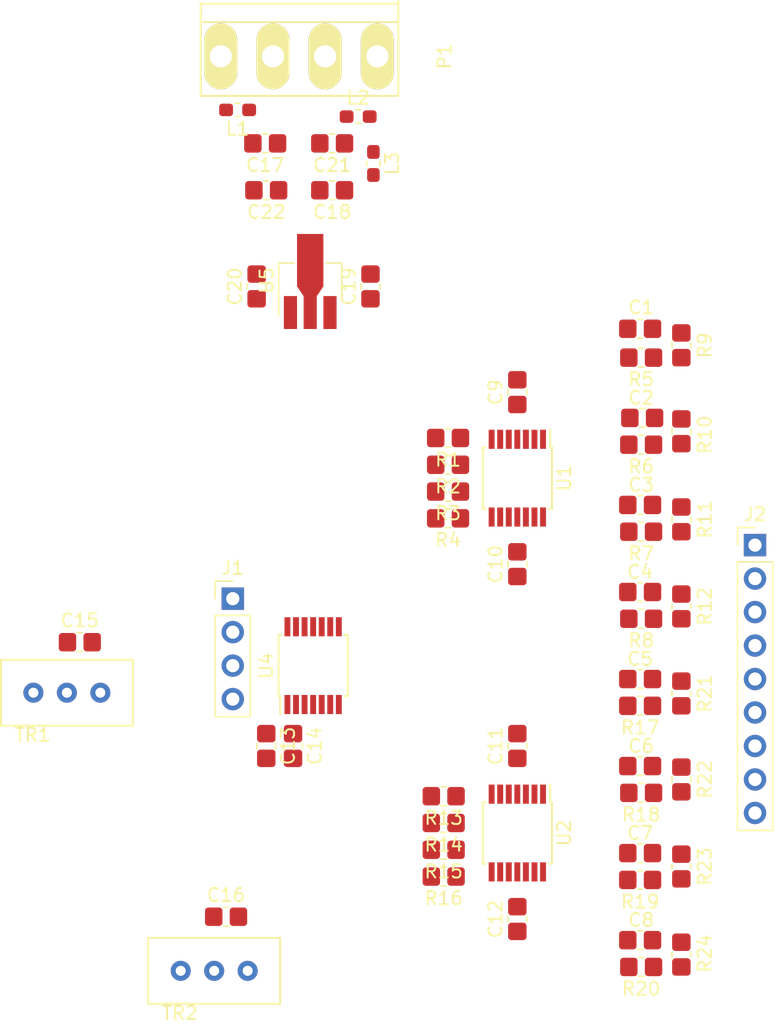
<source format=kicad_pcb>
(kicad_pcb (version 20171130) (host pcbnew 5.0.0-fee4fd1~65~ubuntu17.10.1)

  (general
    (thickness 1.6)
    (drawings 0)
    (tracks 0)
    (zones 0)
    (modules 58)
    (nets 45)
  )

  (page A4)
  (layers
    (0 F.Cu signal)
    (31 B.Cu signal)
    (32 B.Adhes user)
    (33 F.Adhes user)
    (34 B.Paste user)
    (35 F.Paste user)
    (36 B.SilkS user)
    (37 F.SilkS user)
    (38 B.Mask user)
    (39 F.Mask user)
    (40 Dwgs.User user)
    (41 Cmts.User user)
    (42 Eco1.User user)
    (43 Eco2.User user)
    (44 Edge.Cuts user)
    (45 Margin user hide)
    (46 B.CrtYd user hide)
    (47 F.CrtYd user hide)
    (48 B.Fab user)
    (49 F.Fab user hide)
  )

  (setup
    (last_trace_width 0.1524)
    (trace_clearance 0.1524)
    (zone_clearance 0.508)
    (zone_45_only no)
    (trace_min 0.1524)
    (segment_width 0.2)
    (edge_width 0.15)
    (via_size 0.6858)
    (via_drill 0.3302)
    (via_min_size 0.6858)
    (via_min_drill 0.3302)
    (uvia_size 0.6858)
    (uvia_drill 0.3302)
    (uvias_allowed no)
    (uvia_min_size 0.2)
    (uvia_min_drill 0.1)
    (pcb_text_width 0.3)
    (pcb_text_size 1.5 1.5)
    (mod_edge_width 0.15)
    (mod_text_size 1 1)
    (mod_text_width 0.15)
    (pad_size 1.524 1.524)
    (pad_drill 0.762)
    (pad_to_mask_clearance 0.2)
    (aux_axis_origin 0 0)
    (visible_elements FFFFFF7F)
    (pcbplotparams
      (layerselection 0x010fc_ffffffff)
      (usegerberextensions false)
      (usegerberattributes false)
      (usegerberadvancedattributes false)
      (creategerberjobfile false)
      (excludeedgelayer true)
      (linewidth 0.100000)
      (plotframeref false)
      (viasonmask false)
      (mode 1)
      (useauxorigin false)
      (hpglpennumber 1)
      (hpglpenspeed 20)
      (hpglpendiameter 15.000000)
      (psnegative false)
      (psa4output false)
      (plotreference true)
      (plotvalue true)
      (plotinvisibletext false)
      (padsonsilk false)
      (subtractmaskfromsilk false)
      (outputformat 1)
      (mirror false)
      (drillshape 1)
      (scaleselection 1)
      (outputdirectory ""))
  )

  (net 0 "")
  (net 1 "Net-(C1-Pad2)")
  (net 2 "Net-(C1-Pad1)")
  (net 3 "Net-(C2-Pad1)")
  (net 4 "Net-(C2-Pad2)")
  (net 5 "Net-(C3-Pad2)")
  (net 6 "Net-(C3-Pad1)")
  (net 7 "Net-(C4-Pad2)")
  (net 8 "Net-(C4-Pad1)")
  (net 9 "Net-(C5-Pad1)")
  (net 10 "Net-(C5-Pad2)")
  (net 11 "Net-(C6-Pad1)")
  (net 12 "Net-(C6-Pad2)")
  (net 13 "Net-(C7-Pad1)")
  (net 14 "Net-(C7-Pad2)")
  (net 15 "Net-(C8-Pad1)")
  (net 16 "Net-(C8-Pad2)")
  (net 17 +15V)
  (net 18 GND)
  (net 19 -15V)
  (net 20 REFVCC)
  (net 21 vref)
  (net 22 vbias)
  (net 23 "Net-(C19-Pad1)")
  (net 24 SCLK)
  (net 25 \SYNC)
  (net 26 DIN)
  (net 27 vout0)
  (net 28 vout1)
  (net 29 vout2)
  (net 30 vout3)
  (net 31 vout4)
  (net 32 vout5)
  (net 33 vout6)
  (net 34 vout7)
  (net 35 "Net-(L1-Pad2)")
  (net 36 "Net-(L2-Pad2)")
  (net 37 dac0)
  (net 38 dac1)
  (net 39 dac2)
  (net 40 dac3)
  (net 41 dac4)
  (net 42 dac5)
  (net 43 dac6)
  (net 44 dac7)

  (net_class Default "This is the default net class."
    (clearance 0.1524)
    (trace_width 0.1524)
    (via_dia 0.6858)
    (via_drill 0.3302)
    (uvia_dia 0.6858)
    (uvia_drill 0.3302)
    (add_net +15V)
    (add_net -15V)
    (add_net DIN)
    (add_net GND)
    (add_net "Net-(C1-Pad1)")
    (add_net "Net-(C1-Pad2)")
    (add_net "Net-(C19-Pad1)")
    (add_net "Net-(C2-Pad1)")
    (add_net "Net-(C2-Pad2)")
    (add_net "Net-(C3-Pad1)")
    (add_net "Net-(C3-Pad2)")
    (add_net "Net-(C4-Pad1)")
    (add_net "Net-(C4-Pad2)")
    (add_net "Net-(C5-Pad1)")
    (add_net "Net-(C5-Pad2)")
    (add_net "Net-(C6-Pad1)")
    (add_net "Net-(C6-Pad2)")
    (add_net "Net-(C7-Pad1)")
    (add_net "Net-(C7-Pad2)")
    (add_net "Net-(C8-Pad1)")
    (add_net "Net-(C8-Pad2)")
    (add_net "Net-(L1-Pad2)")
    (add_net "Net-(L2-Pad2)")
    (add_net REFVCC)
    (add_net SCLK)
    (add_net \SYNC)
    (add_net dac0)
    (add_net dac1)
    (add_net dac2)
    (add_net dac3)
    (add_net dac4)
    (add_net dac5)
    (add_net dac6)
    (add_net dac7)
    (add_net vbias)
    (add_net vout0)
    (add_net vout1)
    (add_net vout2)
    (add_net vout3)
    (add_net vout4)
    (add_net vout5)
    (add_net vout6)
    (add_net vout7)
    (add_net vref)
  )

  (module Inductor_SMD:L_0603_1608Metric_Pad1.05x0.95mm_HandSolder (layer F.Cu) (tedit 5B20DC39) (tstamp 5C358CF0)
    (at 93.839 45.212)
    (descr "Capacitor SMD 0603 (1608 Metric), square (rectangular) end terminal, IPC_7351 nominal with elongated pad for handsoldering. (Body size source: http://www.tortai-tech.com/upload/download/2011102023233369053.pdf), generated with kicad-footprint-generator")
    (tags "inductor handsolder")
    (path /5C27B7E6)
    (attr smd)
    (fp_text reference L2 (at 0 -1.43) (layer F.SilkS)
      (effects (font (size 1 1) (thickness 0.15)))
    )
    (fp_text value BEAD (at 0 1.43) (layer F.Fab)
      (effects (font (size 1 1) (thickness 0.15)))
    )
    (fp_text user %R (at 0 0) (layer F.Fab)
      (effects (font (size 0.4 0.4) (thickness 0.06)))
    )
    (fp_line (start 1.65 0.73) (end -1.65 0.73) (layer F.CrtYd) (width 0.05))
    (fp_line (start 1.65 -0.73) (end 1.65 0.73) (layer F.CrtYd) (width 0.05))
    (fp_line (start -1.65 -0.73) (end 1.65 -0.73) (layer F.CrtYd) (width 0.05))
    (fp_line (start -1.65 0.73) (end -1.65 -0.73) (layer F.CrtYd) (width 0.05))
    (fp_line (start -0.171267 0.51) (end 0.171267 0.51) (layer F.SilkS) (width 0.12))
    (fp_line (start -0.171267 -0.51) (end 0.171267 -0.51) (layer F.SilkS) (width 0.12))
    (fp_line (start 0.8 0.4) (end -0.8 0.4) (layer F.Fab) (width 0.1))
    (fp_line (start 0.8 -0.4) (end 0.8 0.4) (layer F.Fab) (width 0.1))
    (fp_line (start -0.8 -0.4) (end 0.8 -0.4) (layer F.Fab) (width 0.1))
    (fp_line (start -0.8 0.4) (end -0.8 -0.4) (layer F.Fab) (width 0.1))
    (pad 2 smd roundrect (at 0.875 0) (size 1.05 0.95) (layers F.Cu F.Paste F.Mask) (roundrect_rratio 0.25)
      (net 36 "Net-(L2-Pad2)"))
    (pad 1 smd roundrect (at -0.875 0) (size 1.05 0.95) (layers F.Cu F.Paste F.Mask) (roundrect_rratio 0.25)
      (net 17 +15V))
    (model ${KISYS3DMOD}/Inductor_SMD.3dshapes/L_0603_1608Metric.wrl
      (at (xyz 0 0 0))
      (scale (xyz 1 1 1))
      (rotate (xyz 0 0 0))
    )
  )

  (module Capacitor_SMD:C_0805_2012Metric_Pad1.33x1.40mm_HandSolder (layer F.Cu) (tedit 5B20DC38) (tstamp 5C356729)
    (at 115.2375 61.311 180)
    (descr "Capacitor SMD 0805 (2012 Metric), square (rectangular) end terminal, IPC_7351 nominal with elongated pad for handsoldering. (Body size source: http://www.tortai-tech.com/upload/download/2011102023233369053.pdf), generated with kicad-footprint-generator")
    (tags "capacitor handsolder")
    (path /5C26D04F/5C26D33E)
    (attr smd)
    (fp_text reference C1 (at -0.0785 1.621 180) (layer F.SilkS)
      (effects (font (size 1 1) (thickness 0.15)))
    )
    (fp_text value 100p (at 0 1.65 180) (layer F.Fab)
      (effects (font (size 1 1) (thickness 0.15)))
    )
    (fp_text user %R (at 0 0 180) (layer F.Fab)
      (effects (font (size 0.5 0.5) (thickness 0.08)))
    )
    (fp_line (start 1.85 0.95) (end -1.85 0.95) (layer F.CrtYd) (width 0.05))
    (fp_line (start 1.85 -0.95) (end 1.85 0.95) (layer F.CrtYd) (width 0.05))
    (fp_line (start -1.85 -0.95) (end 1.85 -0.95) (layer F.CrtYd) (width 0.05))
    (fp_line (start -1.85 0.95) (end -1.85 -0.95) (layer F.CrtYd) (width 0.05))
    (fp_line (start -0.207983 0.71) (end 0.207983 0.71) (layer F.SilkS) (width 0.12))
    (fp_line (start -0.207983 -0.71) (end 0.207983 -0.71) (layer F.SilkS) (width 0.12))
    (fp_line (start 1 0.6) (end -1 0.6) (layer F.Fab) (width 0.1))
    (fp_line (start 1 -0.6) (end 1 0.6) (layer F.Fab) (width 0.1))
    (fp_line (start -1 -0.6) (end 1 -0.6) (layer F.Fab) (width 0.1))
    (fp_line (start -1 0.6) (end -1 -0.6) (layer F.Fab) (width 0.1))
    (pad 2 smd roundrect (at 0.9375 0 180) (size 1.325 1.4) (layers F.Cu F.Paste F.Mask) (roundrect_rratio 0.188679)
      (net 1 "Net-(C1-Pad2)"))
    (pad 1 smd roundrect (at -0.9375 0 180) (size 1.325 1.4) (layers F.Cu F.Paste F.Mask) (roundrect_rratio 0.188679)
      (net 2 "Net-(C1-Pad1)"))
    (model ${KISYS3DMOD}/Capacitor_SMD.3dshapes/C_0805_2012Metric.wrl
      (at (xyz 0 0 0))
      (scale (xyz 1 1 1))
      (rotate (xyz 0 0 0))
    )
  )

  (module Capacitor_SMD:C_0805_2012Metric_Pad1.33x1.40mm_HandSolder (layer F.Cu) (tedit 5B20DC38) (tstamp 5C35254C)
    (at 115.3945 68.072 180)
    (descr "Capacitor SMD 0805 (2012 Metric), square (rectangular) end terminal, IPC_7351 nominal with elongated pad for handsoldering. (Body size source: http://www.tortai-tech.com/upload/download/2011102023233369053.pdf), generated with kicad-footprint-generator")
    (tags "capacitor handsolder")
    (path /5C26D04F/5C26D8ED)
    (attr smd)
    (fp_text reference C2 (at 0.0785 1.524 180) (layer F.SilkS)
      (effects (font (size 1 1) (thickness 0.15)))
    )
    (fp_text value 100p (at 0 1.65 180) (layer F.Fab)
      (effects (font (size 1 1) (thickness 0.15)))
    )
    (fp_line (start -1 0.6) (end -1 -0.6) (layer F.Fab) (width 0.1))
    (fp_line (start -1 -0.6) (end 1 -0.6) (layer F.Fab) (width 0.1))
    (fp_line (start 1 -0.6) (end 1 0.6) (layer F.Fab) (width 0.1))
    (fp_line (start 1 0.6) (end -1 0.6) (layer F.Fab) (width 0.1))
    (fp_line (start -0.207983 -0.71) (end 0.207983 -0.71) (layer F.SilkS) (width 0.12))
    (fp_line (start -0.207983 0.71) (end 0.207983 0.71) (layer F.SilkS) (width 0.12))
    (fp_line (start -1.85 0.95) (end -1.85 -0.95) (layer F.CrtYd) (width 0.05))
    (fp_line (start -1.85 -0.95) (end 1.85 -0.95) (layer F.CrtYd) (width 0.05))
    (fp_line (start 1.85 -0.95) (end 1.85 0.95) (layer F.CrtYd) (width 0.05))
    (fp_line (start 1.85 0.95) (end -1.85 0.95) (layer F.CrtYd) (width 0.05))
    (fp_text user %R (at 0 0 180) (layer F.Fab)
      (effects (font (size 0.5 0.5) (thickness 0.08)))
    )
    (pad 1 smd roundrect (at -0.9375 0 180) (size 1.325 1.4) (layers F.Cu F.Paste F.Mask) (roundrect_rratio 0.188679)
      (net 3 "Net-(C2-Pad1)"))
    (pad 2 smd roundrect (at 0.9375 0 180) (size 1.325 1.4) (layers F.Cu F.Paste F.Mask) (roundrect_rratio 0.188679)
      (net 4 "Net-(C2-Pad2)"))
    (model ${KISYS3DMOD}/Capacitor_SMD.3dshapes/C_0805_2012Metric.wrl
      (at (xyz 0 0 0))
      (scale (xyz 1 1 1))
      (rotate (xyz 0 0 0))
    )
  )

  (module Capacitor_SMD:C_0805_2012Metric_Pad1.33x1.40mm_HandSolder (layer F.Cu) (tedit 5B20DC38) (tstamp 5C35255D)
    (at 115.2375 74.676 180)
    (descr "Capacitor SMD 0805 (2012 Metric), square (rectangular) end terminal, IPC_7351 nominal with elongated pad for handsoldering. (Body size source: http://www.tortai-tech.com/upload/download/2011102023233369053.pdf), generated with kicad-footprint-generator")
    (tags "capacitor handsolder")
    (path /5C26D04F/5C27023F)
    (attr smd)
    (fp_text reference C3 (at -0.0785 1.524 180) (layer F.SilkS)
      (effects (font (size 1 1) (thickness 0.15)))
    )
    (fp_text value 100p (at 0 1.65 180) (layer F.Fab)
      (effects (font (size 1 1) (thickness 0.15)))
    )
    (fp_text user %R (at 0 0 180) (layer F.Fab)
      (effects (font (size 0.5 0.5) (thickness 0.08)))
    )
    (fp_line (start 1.85 0.95) (end -1.85 0.95) (layer F.CrtYd) (width 0.05))
    (fp_line (start 1.85 -0.95) (end 1.85 0.95) (layer F.CrtYd) (width 0.05))
    (fp_line (start -1.85 -0.95) (end 1.85 -0.95) (layer F.CrtYd) (width 0.05))
    (fp_line (start -1.85 0.95) (end -1.85 -0.95) (layer F.CrtYd) (width 0.05))
    (fp_line (start -0.207983 0.71) (end 0.207983 0.71) (layer F.SilkS) (width 0.12))
    (fp_line (start -0.207983 -0.71) (end 0.207983 -0.71) (layer F.SilkS) (width 0.12))
    (fp_line (start 1 0.6) (end -1 0.6) (layer F.Fab) (width 0.1))
    (fp_line (start 1 -0.6) (end 1 0.6) (layer F.Fab) (width 0.1))
    (fp_line (start -1 -0.6) (end 1 -0.6) (layer F.Fab) (width 0.1))
    (fp_line (start -1 0.6) (end -1 -0.6) (layer F.Fab) (width 0.1))
    (pad 2 smd roundrect (at 0.9375 0 180) (size 1.325 1.4) (layers F.Cu F.Paste F.Mask) (roundrect_rratio 0.188679)
      (net 5 "Net-(C3-Pad2)"))
    (pad 1 smd roundrect (at -0.9375 0 180) (size 1.325 1.4) (layers F.Cu F.Paste F.Mask) (roundrect_rratio 0.188679)
      (net 6 "Net-(C3-Pad1)"))
    (model ${KISYS3DMOD}/Capacitor_SMD.3dshapes/C_0805_2012Metric.wrl
      (at (xyz 0 0 0))
      (scale (xyz 1 1 1))
      (rotate (xyz 0 0 0))
    )
  )

  (module Capacitor_SMD:C_0805_2012Metric_Pad1.33x1.40mm_HandSolder (layer F.Cu) (tedit 5B20DC38) (tstamp 5C35256E)
    (at 115.2375 81.28 180)
    (descr "Capacitor SMD 0805 (2012 Metric), square (rectangular) end terminal, IPC_7351 nominal with elongated pad for handsoldering. (Body size source: http://www.tortai-tech.com/upload/download/2011102023233369053.pdf), generated with kicad-footprint-generator")
    (tags "capacitor handsolder")
    (path /5C26D04F/5C270279)
    (attr smd)
    (fp_text reference C4 (at 0 1.524 180) (layer F.SilkS)
      (effects (font (size 1 1) (thickness 0.15)))
    )
    (fp_text value 100p (at 0 1.65 180) (layer F.Fab)
      (effects (font (size 1 1) (thickness 0.15)))
    )
    (fp_text user %R (at 0 0 180) (layer F.Fab)
      (effects (font (size 0.5 0.5) (thickness 0.08)))
    )
    (fp_line (start 1.85 0.95) (end -1.85 0.95) (layer F.CrtYd) (width 0.05))
    (fp_line (start 1.85 -0.95) (end 1.85 0.95) (layer F.CrtYd) (width 0.05))
    (fp_line (start -1.85 -0.95) (end 1.85 -0.95) (layer F.CrtYd) (width 0.05))
    (fp_line (start -1.85 0.95) (end -1.85 -0.95) (layer F.CrtYd) (width 0.05))
    (fp_line (start -0.207983 0.71) (end 0.207983 0.71) (layer F.SilkS) (width 0.12))
    (fp_line (start -0.207983 -0.71) (end 0.207983 -0.71) (layer F.SilkS) (width 0.12))
    (fp_line (start 1 0.6) (end -1 0.6) (layer F.Fab) (width 0.1))
    (fp_line (start 1 -0.6) (end 1 0.6) (layer F.Fab) (width 0.1))
    (fp_line (start -1 -0.6) (end 1 -0.6) (layer F.Fab) (width 0.1))
    (fp_line (start -1 0.6) (end -1 -0.6) (layer F.Fab) (width 0.1))
    (pad 2 smd roundrect (at 0.9375 0 180) (size 1.325 1.4) (layers F.Cu F.Paste F.Mask) (roundrect_rratio 0.188679)
      (net 7 "Net-(C4-Pad2)"))
    (pad 1 smd roundrect (at -0.9375 0 180) (size 1.325 1.4) (layers F.Cu F.Paste F.Mask) (roundrect_rratio 0.188679)
      (net 8 "Net-(C4-Pad1)"))
    (model ${KISYS3DMOD}/Capacitor_SMD.3dshapes/C_0805_2012Metric.wrl
      (at (xyz 0 0 0))
      (scale (xyz 1 1 1))
      (rotate (xyz 0 0 0))
    )
  )

  (module Capacitor_SMD:C_0805_2012Metric_Pad1.33x1.40mm_HandSolder (layer F.Cu) (tedit 5B20DC38) (tstamp 5C35257F)
    (at 115.2375 87.884 180)
    (descr "Capacitor SMD 0805 (2012 Metric), square (rectangular) end terminal, IPC_7351 nominal with elongated pad for handsoldering. (Body size source: http://www.tortai-tech.com/upload/download/2011102023233369053.pdf), generated with kicad-footprint-generator")
    (tags "capacitor handsolder")
    (path /5C26D04F/5C271CB8)
    (attr smd)
    (fp_text reference C5 (at 0 1.524 180) (layer F.SilkS)
      (effects (font (size 1 1) (thickness 0.15)))
    )
    (fp_text value 100p (at 0 1.65 180) (layer F.Fab)
      (effects (font (size 1 1) (thickness 0.15)))
    )
    (fp_line (start -1 0.6) (end -1 -0.6) (layer F.Fab) (width 0.1))
    (fp_line (start -1 -0.6) (end 1 -0.6) (layer F.Fab) (width 0.1))
    (fp_line (start 1 -0.6) (end 1 0.6) (layer F.Fab) (width 0.1))
    (fp_line (start 1 0.6) (end -1 0.6) (layer F.Fab) (width 0.1))
    (fp_line (start -0.207983 -0.71) (end 0.207983 -0.71) (layer F.SilkS) (width 0.12))
    (fp_line (start -0.207983 0.71) (end 0.207983 0.71) (layer F.SilkS) (width 0.12))
    (fp_line (start -1.85 0.95) (end -1.85 -0.95) (layer F.CrtYd) (width 0.05))
    (fp_line (start -1.85 -0.95) (end 1.85 -0.95) (layer F.CrtYd) (width 0.05))
    (fp_line (start 1.85 -0.95) (end 1.85 0.95) (layer F.CrtYd) (width 0.05))
    (fp_line (start 1.85 0.95) (end -1.85 0.95) (layer F.CrtYd) (width 0.05))
    (fp_text user %R (at 0 0 180) (layer F.Fab)
      (effects (font (size 0.5 0.5) (thickness 0.08)))
    )
    (pad 1 smd roundrect (at -0.9375 0 180) (size 1.325 1.4) (layers F.Cu F.Paste F.Mask) (roundrect_rratio 0.188679)
      (net 9 "Net-(C5-Pad1)"))
    (pad 2 smd roundrect (at 0.9375 0 180) (size 1.325 1.4) (layers F.Cu F.Paste F.Mask) (roundrect_rratio 0.188679)
      (net 10 "Net-(C5-Pad2)"))
    (model ${KISYS3DMOD}/Capacitor_SMD.3dshapes/C_0805_2012Metric.wrl
      (at (xyz 0 0 0))
      (scale (xyz 1 1 1))
      (rotate (xyz 0 0 0))
    )
  )

  (module Capacitor_SMD:C_0805_2012Metric_Pad1.33x1.40mm_HandSolder (layer F.Cu) (tedit 5B20DC38) (tstamp 5C354F3D)
    (at 115.2375 94.488 180)
    (descr "Capacitor SMD 0805 (2012 Metric), square (rectangular) end terminal, IPC_7351 nominal with elongated pad for handsoldering. (Body size source: http://www.tortai-tech.com/upload/download/2011102023233369053.pdf), generated with kicad-footprint-generator")
    (tags "capacitor handsolder")
    (path /5C26D04F/5C271CF2)
    (attr smd)
    (fp_text reference C6 (at -0.0785 1.524 180) (layer F.SilkS)
      (effects (font (size 1 1) (thickness 0.15)))
    )
    (fp_text value 100p (at 0 1.65 180) (layer F.Fab)
      (effects (font (size 1 1) (thickness 0.15)))
    )
    (fp_line (start -1 0.6) (end -1 -0.6) (layer F.Fab) (width 0.1))
    (fp_line (start -1 -0.6) (end 1 -0.6) (layer F.Fab) (width 0.1))
    (fp_line (start 1 -0.6) (end 1 0.6) (layer F.Fab) (width 0.1))
    (fp_line (start 1 0.6) (end -1 0.6) (layer F.Fab) (width 0.1))
    (fp_line (start -0.207983 -0.71) (end 0.207983 -0.71) (layer F.SilkS) (width 0.12))
    (fp_line (start -0.207983 0.71) (end 0.207983 0.71) (layer F.SilkS) (width 0.12))
    (fp_line (start -1.85 0.95) (end -1.85 -0.95) (layer F.CrtYd) (width 0.05))
    (fp_line (start -1.85 -0.95) (end 1.85 -0.95) (layer F.CrtYd) (width 0.05))
    (fp_line (start 1.85 -0.95) (end 1.85 0.95) (layer F.CrtYd) (width 0.05))
    (fp_line (start 1.85 0.95) (end -1.85 0.95) (layer F.CrtYd) (width 0.05))
    (fp_text user %R (at 0 0 180) (layer F.Fab)
      (effects (font (size 0.5 0.5) (thickness 0.08)))
    )
    (pad 1 smd roundrect (at -0.9375 0 180) (size 1.325 1.4) (layers F.Cu F.Paste F.Mask) (roundrect_rratio 0.188679)
      (net 11 "Net-(C6-Pad1)"))
    (pad 2 smd roundrect (at 0.9375 0 180) (size 1.325 1.4) (layers F.Cu F.Paste F.Mask) (roundrect_rratio 0.188679)
      (net 12 "Net-(C6-Pad2)"))
    (model ${KISYS3DMOD}/Capacitor_SMD.3dshapes/C_0805_2012Metric.wrl
      (at (xyz 0 0 0))
      (scale (xyz 1 1 1))
      (rotate (xyz 0 0 0))
    )
  )

  (module Capacitor_SMD:C_0805_2012Metric_Pad1.33x1.40mm_HandSolder (layer F.Cu) (tedit 5B20DC38) (tstamp 5C3525A1)
    (at 115.2375 101.092 180)
    (descr "Capacitor SMD 0805 (2012 Metric), square (rectangular) end terminal, IPC_7351 nominal with elongated pad for handsoldering. (Body size source: http://www.tortai-tech.com/upload/download/2011102023233369053.pdf), generated with kicad-footprint-generator")
    (tags "capacitor handsolder")
    (path /5C26D04F/5C271D2C)
    (attr smd)
    (fp_text reference C7 (at 0 1.524 180) (layer F.SilkS)
      (effects (font (size 1 1) (thickness 0.15)))
    )
    (fp_text value 100p (at 0 1.65 180) (layer F.Fab)
      (effects (font (size 1 1) (thickness 0.15)))
    )
    (fp_line (start -1 0.6) (end -1 -0.6) (layer F.Fab) (width 0.1))
    (fp_line (start -1 -0.6) (end 1 -0.6) (layer F.Fab) (width 0.1))
    (fp_line (start 1 -0.6) (end 1 0.6) (layer F.Fab) (width 0.1))
    (fp_line (start 1 0.6) (end -1 0.6) (layer F.Fab) (width 0.1))
    (fp_line (start -0.207983 -0.71) (end 0.207983 -0.71) (layer F.SilkS) (width 0.12))
    (fp_line (start -0.207983 0.71) (end 0.207983 0.71) (layer F.SilkS) (width 0.12))
    (fp_line (start -1.85 0.95) (end -1.85 -0.95) (layer F.CrtYd) (width 0.05))
    (fp_line (start -1.85 -0.95) (end 1.85 -0.95) (layer F.CrtYd) (width 0.05))
    (fp_line (start 1.85 -0.95) (end 1.85 0.95) (layer F.CrtYd) (width 0.05))
    (fp_line (start 1.85 0.95) (end -1.85 0.95) (layer F.CrtYd) (width 0.05))
    (fp_text user %R (at 0 0 180) (layer F.Fab)
      (effects (font (size 0.5 0.5) (thickness 0.08)))
    )
    (pad 1 smd roundrect (at -0.9375 0 180) (size 1.325 1.4) (layers F.Cu F.Paste F.Mask) (roundrect_rratio 0.188679)
      (net 13 "Net-(C7-Pad1)"))
    (pad 2 smd roundrect (at 0.9375 0 180) (size 1.325 1.4) (layers F.Cu F.Paste F.Mask) (roundrect_rratio 0.188679)
      (net 14 "Net-(C7-Pad2)"))
    (model ${KISYS3DMOD}/Capacitor_SMD.3dshapes/C_0805_2012Metric.wrl
      (at (xyz 0 0 0))
      (scale (xyz 1 1 1))
      (rotate (xyz 0 0 0))
    )
  )

  (module Capacitor_SMD:C_0805_2012Metric_Pad1.33x1.40mm_HandSolder (layer F.Cu) (tedit 5B20DC38) (tstamp 5C3525B2)
    (at 115.2375 107.696 180)
    (descr "Capacitor SMD 0805 (2012 Metric), square (rectangular) end terminal, IPC_7351 nominal with elongated pad for handsoldering. (Body size source: http://www.tortai-tech.com/upload/download/2011102023233369053.pdf), generated with kicad-footprint-generator")
    (tags "capacitor handsolder")
    (path /5C26D04F/5C271D66)
    (attr smd)
    (fp_text reference C8 (at -0.0785 1.524 180) (layer F.SilkS)
      (effects (font (size 1 1) (thickness 0.15)))
    )
    (fp_text value 100p (at 0 1.65 180) (layer F.Fab)
      (effects (font (size 1 1) (thickness 0.15)))
    )
    (fp_line (start -1 0.6) (end -1 -0.6) (layer F.Fab) (width 0.1))
    (fp_line (start -1 -0.6) (end 1 -0.6) (layer F.Fab) (width 0.1))
    (fp_line (start 1 -0.6) (end 1 0.6) (layer F.Fab) (width 0.1))
    (fp_line (start 1 0.6) (end -1 0.6) (layer F.Fab) (width 0.1))
    (fp_line (start -0.207983 -0.71) (end 0.207983 -0.71) (layer F.SilkS) (width 0.12))
    (fp_line (start -0.207983 0.71) (end 0.207983 0.71) (layer F.SilkS) (width 0.12))
    (fp_line (start -1.85 0.95) (end -1.85 -0.95) (layer F.CrtYd) (width 0.05))
    (fp_line (start -1.85 -0.95) (end 1.85 -0.95) (layer F.CrtYd) (width 0.05))
    (fp_line (start 1.85 -0.95) (end 1.85 0.95) (layer F.CrtYd) (width 0.05))
    (fp_line (start 1.85 0.95) (end -1.85 0.95) (layer F.CrtYd) (width 0.05))
    (fp_text user %R (at 0 0 180) (layer F.Fab)
      (effects (font (size 0.5 0.5) (thickness 0.08)))
    )
    (pad 1 smd roundrect (at -0.9375 0 180) (size 1.325 1.4) (layers F.Cu F.Paste F.Mask) (roundrect_rratio 0.188679)
      (net 15 "Net-(C8-Pad1)"))
    (pad 2 smd roundrect (at 0.9375 0 180) (size 1.325 1.4) (layers F.Cu F.Paste F.Mask) (roundrect_rratio 0.188679)
      (net 16 "Net-(C8-Pad2)"))
    (model ${KISYS3DMOD}/Capacitor_SMD.3dshapes/C_0805_2012Metric.wrl
      (at (xyz 0 0 0))
      (scale (xyz 1 1 1))
      (rotate (xyz 0 0 0))
    )
  )

  (module Capacitor_SMD:C_0805_2012Metric_Pad1.33x1.40mm_HandSolder (layer F.Cu) (tedit 5B20DC38) (tstamp 5C3557BF)
    (at 105.918 66.1185 90)
    (descr "Capacitor SMD 0805 (2012 Metric), square (rectangular) end terminal, IPC_7351 nominal with elongated pad for handsoldering. (Body size source: http://www.tortai-tech.com/upload/download/2011102023233369053.pdf), generated with kicad-footprint-generator")
    (tags "capacitor handsolder")
    (path /5C26D04F/5C2A19FA)
    (attr smd)
    (fp_text reference C9 (at 0 -1.65 90) (layer F.SilkS)
      (effects (font (size 1 1) (thickness 0.15)))
    )
    (fp_text value 100n (at 0 1.65 90) (layer F.Fab)
      (effects (font (size 1 1) (thickness 0.15)))
    )
    (fp_line (start -1 0.6) (end -1 -0.6) (layer F.Fab) (width 0.1))
    (fp_line (start -1 -0.6) (end 1 -0.6) (layer F.Fab) (width 0.1))
    (fp_line (start 1 -0.6) (end 1 0.6) (layer F.Fab) (width 0.1))
    (fp_line (start 1 0.6) (end -1 0.6) (layer F.Fab) (width 0.1))
    (fp_line (start -0.207983 -0.71) (end 0.207983 -0.71) (layer F.SilkS) (width 0.12))
    (fp_line (start -0.207983 0.71) (end 0.207983 0.71) (layer F.SilkS) (width 0.12))
    (fp_line (start -1.85 0.95) (end -1.85 -0.95) (layer F.CrtYd) (width 0.05))
    (fp_line (start -1.85 -0.95) (end 1.85 -0.95) (layer F.CrtYd) (width 0.05))
    (fp_line (start 1.85 -0.95) (end 1.85 0.95) (layer F.CrtYd) (width 0.05))
    (fp_line (start 1.85 0.95) (end -1.85 0.95) (layer F.CrtYd) (width 0.05))
    (fp_text user %R (at 0 0 90) (layer F.Fab)
      (effects (font (size 0.5 0.5) (thickness 0.08)))
    )
    (pad 1 smd roundrect (at -0.9375 0 90) (size 1.325 1.4) (layers F.Cu F.Paste F.Mask) (roundrect_rratio 0.188679)
      (net 17 +15V))
    (pad 2 smd roundrect (at 0.9375 0 90) (size 1.325 1.4) (layers F.Cu F.Paste F.Mask) (roundrect_rratio 0.188679)
      (net 18 GND))
    (model ${KISYS3DMOD}/Capacitor_SMD.3dshapes/C_0805_2012Metric.wrl
      (at (xyz 0 0 0))
      (scale (xyz 1 1 1))
      (rotate (xyz 0 0 0))
    )
  )

  (module Capacitor_SMD:C_0805_2012Metric_Pad1.33x1.40mm_HandSolder (layer F.Cu) (tedit 5B20DC38) (tstamp 5C3525D4)
    (at 105.918 79.1695 90)
    (descr "Capacitor SMD 0805 (2012 Metric), square (rectangular) end terminal, IPC_7351 nominal with elongated pad for handsoldering. (Body size source: http://www.tortai-tech.com/upload/download/2011102023233369053.pdf), generated with kicad-footprint-generator")
    (tags "capacitor handsolder")
    (path /5C26D04F/5C2A1B78)
    (attr smd)
    (fp_text reference C10 (at 0 -1.65 90) (layer F.SilkS)
      (effects (font (size 1 1) (thickness 0.15)))
    )
    (fp_text value 100n (at 0 1.65 90) (layer F.Fab)
      (effects (font (size 1 1) (thickness 0.15)))
    )
    (fp_text user %R (at 0 0 90) (layer F.Fab)
      (effects (font (size 0.5 0.5) (thickness 0.08)))
    )
    (fp_line (start 1.85 0.95) (end -1.85 0.95) (layer F.CrtYd) (width 0.05))
    (fp_line (start 1.85 -0.95) (end 1.85 0.95) (layer F.CrtYd) (width 0.05))
    (fp_line (start -1.85 -0.95) (end 1.85 -0.95) (layer F.CrtYd) (width 0.05))
    (fp_line (start -1.85 0.95) (end -1.85 -0.95) (layer F.CrtYd) (width 0.05))
    (fp_line (start -0.207983 0.71) (end 0.207983 0.71) (layer F.SilkS) (width 0.12))
    (fp_line (start -0.207983 -0.71) (end 0.207983 -0.71) (layer F.SilkS) (width 0.12))
    (fp_line (start 1 0.6) (end -1 0.6) (layer F.Fab) (width 0.1))
    (fp_line (start 1 -0.6) (end 1 0.6) (layer F.Fab) (width 0.1))
    (fp_line (start -1 -0.6) (end 1 -0.6) (layer F.Fab) (width 0.1))
    (fp_line (start -1 0.6) (end -1 -0.6) (layer F.Fab) (width 0.1))
    (pad 2 smd roundrect (at 0.9375 0 90) (size 1.325 1.4) (layers F.Cu F.Paste F.Mask) (roundrect_rratio 0.188679)
      (net 19 -15V))
    (pad 1 smd roundrect (at -0.9375 0 90) (size 1.325 1.4) (layers F.Cu F.Paste F.Mask) (roundrect_rratio 0.188679)
      (net 18 GND))
    (model ${KISYS3DMOD}/Capacitor_SMD.3dshapes/C_0805_2012Metric.wrl
      (at (xyz 0 0 0))
      (scale (xyz 1 1 1))
      (rotate (xyz 0 0 0))
    )
  )

  (module Capacitor_SMD:C_0805_2012Metric_Pad1.33x1.40mm_HandSolder (layer F.Cu) (tedit 5B20DC38) (tstamp 5C3525E5)
    (at 105.918 92.964 90)
    (descr "Capacitor SMD 0805 (2012 Metric), square (rectangular) end terminal, IPC_7351 nominal with elongated pad for handsoldering. (Body size source: http://www.tortai-tech.com/upload/download/2011102023233369053.pdf), generated with kicad-footprint-generator")
    (tags "capacitor handsolder")
    (path /5C26D04F/5C2A6AF2)
    (attr smd)
    (fp_text reference C11 (at 0 -1.65 90) (layer F.SilkS)
      (effects (font (size 1 1) (thickness 0.15)))
    )
    (fp_text value 100n (at 0 1.65 90) (layer F.Fab)
      (effects (font (size 1 1) (thickness 0.15)))
    )
    (fp_line (start -1 0.6) (end -1 -0.6) (layer F.Fab) (width 0.1))
    (fp_line (start -1 -0.6) (end 1 -0.6) (layer F.Fab) (width 0.1))
    (fp_line (start 1 -0.6) (end 1 0.6) (layer F.Fab) (width 0.1))
    (fp_line (start 1 0.6) (end -1 0.6) (layer F.Fab) (width 0.1))
    (fp_line (start -0.207983 -0.71) (end 0.207983 -0.71) (layer F.SilkS) (width 0.12))
    (fp_line (start -0.207983 0.71) (end 0.207983 0.71) (layer F.SilkS) (width 0.12))
    (fp_line (start -1.85 0.95) (end -1.85 -0.95) (layer F.CrtYd) (width 0.05))
    (fp_line (start -1.85 -0.95) (end 1.85 -0.95) (layer F.CrtYd) (width 0.05))
    (fp_line (start 1.85 -0.95) (end 1.85 0.95) (layer F.CrtYd) (width 0.05))
    (fp_line (start 1.85 0.95) (end -1.85 0.95) (layer F.CrtYd) (width 0.05))
    (fp_text user %R (at 0 0 90) (layer F.Fab)
      (effects (font (size 0.5 0.5) (thickness 0.08)))
    )
    (pad 1 smd roundrect (at -0.9375 0 90) (size 1.325 1.4) (layers F.Cu F.Paste F.Mask) (roundrect_rratio 0.188679)
      (net 17 +15V))
    (pad 2 smd roundrect (at 0.9375 0 90) (size 1.325 1.4) (layers F.Cu F.Paste F.Mask) (roundrect_rratio 0.188679)
      (net 18 GND))
    (model ${KISYS3DMOD}/Capacitor_SMD.3dshapes/C_0805_2012Metric.wrl
      (at (xyz 0 0 0))
      (scale (xyz 1 1 1))
      (rotate (xyz 0 0 0))
    )
  )

  (module Capacitor_SMD:C_0805_2012Metric_Pad1.33x1.40mm_HandSolder (layer F.Cu) (tedit 5B20DC38) (tstamp 5C3525F6)
    (at 105.918 106.0935 90)
    (descr "Capacitor SMD 0805 (2012 Metric), square (rectangular) end terminal, IPC_7351 nominal with elongated pad for handsoldering. (Body size source: http://www.tortai-tech.com/upload/download/2011102023233369053.pdf), generated with kicad-footprint-generator")
    (tags "capacitor handsolder")
    (path /5C26D04F/5C2A6BA8)
    (attr smd)
    (fp_text reference C12 (at 0 -1.65 90) (layer F.SilkS)
      (effects (font (size 1 1) (thickness 0.15)))
    )
    (fp_text value 100n (at 0 1.65 90) (layer F.Fab)
      (effects (font (size 1 1) (thickness 0.15)))
    )
    (fp_text user %R (at 0 0 90) (layer F.Fab)
      (effects (font (size 0.5 0.5) (thickness 0.08)))
    )
    (fp_line (start 1.85 0.95) (end -1.85 0.95) (layer F.CrtYd) (width 0.05))
    (fp_line (start 1.85 -0.95) (end 1.85 0.95) (layer F.CrtYd) (width 0.05))
    (fp_line (start -1.85 -0.95) (end 1.85 -0.95) (layer F.CrtYd) (width 0.05))
    (fp_line (start -1.85 0.95) (end -1.85 -0.95) (layer F.CrtYd) (width 0.05))
    (fp_line (start -0.207983 0.71) (end 0.207983 0.71) (layer F.SilkS) (width 0.12))
    (fp_line (start -0.207983 -0.71) (end 0.207983 -0.71) (layer F.SilkS) (width 0.12))
    (fp_line (start 1 0.6) (end -1 0.6) (layer F.Fab) (width 0.1))
    (fp_line (start 1 -0.6) (end 1 0.6) (layer F.Fab) (width 0.1))
    (fp_line (start -1 -0.6) (end 1 -0.6) (layer F.Fab) (width 0.1))
    (fp_line (start -1 0.6) (end -1 -0.6) (layer F.Fab) (width 0.1))
    (pad 2 smd roundrect (at 0.9375 0 90) (size 1.325 1.4) (layers F.Cu F.Paste F.Mask) (roundrect_rratio 0.188679)
      (net 19 -15V))
    (pad 1 smd roundrect (at -0.9375 0 90) (size 1.325 1.4) (layers F.Cu F.Paste F.Mask) (roundrect_rratio 0.188679)
      (net 18 GND))
    (model ${KISYS3DMOD}/Capacitor_SMD.3dshapes/C_0805_2012Metric.wrl
      (at (xyz 0 0 0))
      (scale (xyz 1 1 1))
      (rotate (xyz 0 0 0))
    )
  )

  (module Capacitor_SMD:C_0805_2012Metric_Pad1.33x1.40mm_HandSolder (layer F.Cu) (tedit 5B20DC38) (tstamp 5C357F48)
    (at 86.868 92.964 270)
    (descr "Capacitor SMD 0805 (2012 Metric), square (rectangular) end terminal, IPC_7351 nominal with elongated pad for handsoldering. (Body size source: http://www.tortai-tech.com/upload/download/2011102023233369053.pdf), generated with kicad-footprint-generator")
    (tags "capacitor handsolder")
    (path /5C2FD3EE)
    (attr smd)
    (fp_text reference C13 (at 0 -1.65 270) (layer F.SilkS)
      (effects (font (size 1 1) (thickness 0.15)))
    )
    (fp_text value 22u (at 0 1.65 270) (layer F.Fab)
      (effects (font (size 1 1) (thickness 0.15)))
    )
    (fp_line (start -1 0.6) (end -1 -0.6) (layer F.Fab) (width 0.1))
    (fp_line (start -1 -0.6) (end 1 -0.6) (layer F.Fab) (width 0.1))
    (fp_line (start 1 -0.6) (end 1 0.6) (layer F.Fab) (width 0.1))
    (fp_line (start 1 0.6) (end -1 0.6) (layer F.Fab) (width 0.1))
    (fp_line (start -0.207983 -0.71) (end 0.207983 -0.71) (layer F.SilkS) (width 0.12))
    (fp_line (start -0.207983 0.71) (end 0.207983 0.71) (layer F.SilkS) (width 0.12))
    (fp_line (start -1.85 0.95) (end -1.85 -0.95) (layer F.CrtYd) (width 0.05))
    (fp_line (start -1.85 -0.95) (end 1.85 -0.95) (layer F.CrtYd) (width 0.05))
    (fp_line (start 1.85 -0.95) (end 1.85 0.95) (layer F.CrtYd) (width 0.05))
    (fp_line (start 1.85 0.95) (end -1.85 0.95) (layer F.CrtYd) (width 0.05))
    (fp_text user %R (at 0 0 270) (layer F.Fab)
      (effects (font (size 0.5 0.5) (thickness 0.08)))
    )
    (pad 1 smd roundrect (at -0.9375 0 270) (size 1.325 1.4) (layers F.Cu F.Paste F.Mask) (roundrect_rratio 0.188679)
      (net 20 REFVCC))
    (pad 2 smd roundrect (at 0.9375 0 270) (size 1.325 1.4) (layers F.Cu F.Paste F.Mask) (roundrect_rratio 0.188679)
      (net 18 GND))
    (model ${KISYS3DMOD}/Capacitor_SMD.3dshapes/C_0805_2012Metric.wrl
      (at (xyz 0 0 0))
      (scale (xyz 1 1 1))
      (rotate (xyz 0 0 0))
    )
  )

  (module Capacitor_SMD:C_0805_2012Metric_Pad1.33x1.40mm_HandSolder (layer F.Cu) (tedit 5B20DC38) (tstamp 5C352618)
    (at 88.9 92.964 270)
    (descr "Capacitor SMD 0805 (2012 Metric), square (rectangular) end terminal, IPC_7351 nominal with elongated pad for handsoldering. (Body size source: http://www.tortai-tech.com/upload/download/2011102023233369053.pdf), generated with kicad-footprint-generator")
    (tags "capacitor handsolder")
    (path /5C2FD484)
    (attr smd)
    (fp_text reference C14 (at 0 -1.65 270) (layer F.SilkS)
      (effects (font (size 1 1) (thickness 0.15)))
    )
    (fp_text value 1u (at 0 1.65 270) (layer F.Fab)
      (effects (font (size 1 1) (thickness 0.15)))
    )
    (fp_text user %R (at 0 0 270) (layer F.Fab)
      (effects (font (size 0.5 0.5) (thickness 0.08)))
    )
    (fp_line (start 1.85 0.95) (end -1.85 0.95) (layer F.CrtYd) (width 0.05))
    (fp_line (start 1.85 -0.95) (end 1.85 0.95) (layer F.CrtYd) (width 0.05))
    (fp_line (start -1.85 -0.95) (end 1.85 -0.95) (layer F.CrtYd) (width 0.05))
    (fp_line (start -1.85 0.95) (end -1.85 -0.95) (layer F.CrtYd) (width 0.05))
    (fp_line (start -0.207983 0.71) (end 0.207983 0.71) (layer F.SilkS) (width 0.12))
    (fp_line (start -0.207983 -0.71) (end 0.207983 -0.71) (layer F.SilkS) (width 0.12))
    (fp_line (start 1 0.6) (end -1 0.6) (layer F.Fab) (width 0.1))
    (fp_line (start 1 -0.6) (end 1 0.6) (layer F.Fab) (width 0.1))
    (fp_line (start -1 -0.6) (end 1 -0.6) (layer F.Fab) (width 0.1))
    (fp_line (start -1 0.6) (end -1 -0.6) (layer F.Fab) (width 0.1))
    (pad 2 smd roundrect (at 0.9375 0 270) (size 1.325 1.4) (layers F.Cu F.Paste F.Mask) (roundrect_rratio 0.188679)
      (net 18 GND))
    (pad 1 smd roundrect (at -0.9375 0 270) (size 1.325 1.4) (layers F.Cu F.Paste F.Mask) (roundrect_rratio 0.188679)
      (net 20 REFVCC))
    (model ${KISYS3DMOD}/Capacitor_SMD.3dshapes/C_0805_2012Metric.wrl
      (at (xyz 0 0 0))
      (scale (xyz 1 1 1))
      (rotate (xyz 0 0 0))
    )
  )

  (module Capacitor_SMD:C_0805_2012Metric_Pad1.33x1.40mm_HandSolder (layer F.Cu) (tedit 5B20DC38) (tstamp 5C352629)
    (at 72.7225 85.09)
    (descr "Capacitor SMD 0805 (2012 Metric), square (rectangular) end terminal, IPC_7351 nominal with elongated pad for handsoldering. (Body size source: http://www.tortai-tech.com/upload/download/2011102023233369053.pdf), generated with kicad-footprint-generator")
    (tags "capacitor handsolder")
    (path /5C2F7FA6)
    (attr smd)
    (fp_text reference C15 (at 0 -1.65) (layer F.SilkS)
      (effects (font (size 1 1) (thickness 0.15)))
    )
    (fp_text value 1u (at 0 1.65) (layer F.Fab)
      (effects (font (size 1 1) (thickness 0.15)))
    )
    (fp_text user %R (at 0 0) (layer F.Fab)
      (effects (font (size 0.5 0.5) (thickness 0.08)))
    )
    (fp_line (start 1.85 0.95) (end -1.85 0.95) (layer F.CrtYd) (width 0.05))
    (fp_line (start 1.85 -0.95) (end 1.85 0.95) (layer F.CrtYd) (width 0.05))
    (fp_line (start -1.85 -0.95) (end 1.85 -0.95) (layer F.CrtYd) (width 0.05))
    (fp_line (start -1.85 0.95) (end -1.85 -0.95) (layer F.CrtYd) (width 0.05))
    (fp_line (start -0.207983 0.71) (end 0.207983 0.71) (layer F.SilkS) (width 0.12))
    (fp_line (start -0.207983 -0.71) (end 0.207983 -0.71) (layer F.SilkS) (width 0.12))
    (fp_line (start 1 0.6) (end -1 0.6) (layer F.Fab) (width 0.1))
    (fp_line (start 1 -0.6) (end 1 0.6) (layer F.Fab) (width 0.1))
    (fp_line (start -1 -0.6) (end 1 -0.6) (layer F.Fab) (width 0.1))
    (fp_line (start -1 0.6) (end -1 -0.6) (layer F.Fab) (width 0.1))
    (pad 2 smd roundrect (at 0.9375 0) (size 1.325 1.4) (layers F.Cu F.Paste F.Mask) (roundrect_rratio 0.188679)
      (net 18 GND))
    (pad 1 smd roundrect (at -0.9375 0) (size 1.325 1.4) (layers F.Cu F.Paste F.Mask) (roundrect_rratio 0.188679)
      (net 21 vref))
    (model ${KISYS3DMOD}/Capacitor_SMD.3dshapes/C_0805_2012Metric.wrl
      (at (xyz 0 0 0))
      (scale (xyz 1 1 1))
      (rotate (xyz 0 0 0))
    )
  )

  (module Capacitor_SMD:C_0805_2012Metric_Pad1.33x1.40mm_HandSolder (layer F.Cu) (tedit 5B20DC38) (tstamp 5C35263A)
    (at 83.82 105.918)
    (descr "Capacitor SMD 0805 (2012 Metric), square (rectangular) end terminal, IPC_7351 nominal with elongated pad for handsoldering. (Body size source: http://www.tortai-tech.com/upload/download/2011102023233369053.pdf), generated with kicad-footprint-generator")
    (tags "capacitor handsolder")
    (path /5C2F399D)
    (attr smd)
    (fp_text reference C16 (at 0 -1.65) (layer F.SilkS)
      (effects (font (size 1 1) (thickness 0.15)))
    )
    (fp_text value 1u (at 0 1.65) (layer F.Fab)
      (effects (font (size 1 1) (thickness 0.15)))
    )
    (fp_text user %R (at 0 0) (layer F.Fab)
      (effects (font (size 0.5 0.5) (thickness 0.08)))
    )
    (fp_line (start 1.85 0.95) (end -1.85 0.95) (layer F.CrtYd) (width 0.05))
    (fp_line (start 1.85 -0.95) (end 1.85 0.95) (layer F.CrtYd) (width 0.05))
    (fp_line (start -1.85 -0.95) (end 1.85 -0.95) (layer F.CrtYd) (width 0.05))
    (fp_line (start -1.85 0.95) (end -1.85 -0.95) (layer F.CrtYd) (width 0.05))
    (fp_line (start -0.207983 0.71) (end 0.207983 0.71) (layer F.SilkS) (width 0.12))
    (fp_line (start -0.207983 -0.71) (end 0.207983 -0.71) (layer F.SilkS) (width 0.12))
    (fp_line (start 1 0.6) (end -1 0.6) (layer F.Fab) (width 0.1))
    (fp_line (start 1 -0.6) (end 1 0.6) (layer F.Fab) (width 0.1))
    (fp_line (start -1 -0.6) (end 1 -0.6) (layer F.Fab) (width 0.1))
    (fp_line (start -1 0.6) (end -1 -0.6) (layer F.Fab) (width 0.1))
    (pad 2 smd roundrect (at 0.9375 0) (size 1.325 1.4) (layers F.Cu F.Paste F.Mask) (roundrect_rratio 0.188679)
      (net 18 GND))
    (pad 1 smd roundrect (at -0.9375 0) (size 1.325 1.4) (layers F.Cu F.Paste F.Mask) (roundrect_rratio 0.188679)
      (net 22 vbias))
    (model ${KISYS3DMOD}/Capacitor_SMD.3dshapes/C_0805_2012Metric.wrl
      (at (xyz 0 0 0))
      (scale (xyz 1 1 1))
      (rotate (xyz 0 0 0))
    )
  )

  (module Capacitor_SMD:C_0805_2012Metric_Pad1.33x1.40mm_HandSolder (layer F.Cu) (tedit 5B20DC38) (tstamp 5C358C60)
    (at 86.7895 47.244 180)
    (descr "Capacitor SMD 0805 (2012 Metric), square (rectangular) end terminal, IPC_7351 nominal with elongated pad for handsoldering. (Body size source: http://www.tortai-tech.com/upload/download/2011102023233369053.pdf), generated with kicad-footprint-generator")
    (tags "capacitor handsolder")
    (path /5C2923C0)
    (attr smd)
    (fp_text reference C17 (at 0 -1.65 180) (layer F.SilkS)
      (effects (font (size 1 1) (thickness 0.15)))
    )
    (fp_text value 22u (at 0 1.65 180) (layer F.Fab)
      (effects (font (size 1 1) (thickness 0.15)))
    )
    (fp_text user %R (at 0 0 180) (layer F.Fab)
      (effects (font (size 0.5 0.5) (thickness 0.08)))
    )
    (fp_line (start 1.85 0.95) (end -1.85 0.95) (layer F.CrtYd) (width 0.05))
    (fp_line (start 1.85 -0.95) (end 1.85 0.95) (layer F.CrtYd) (width 0.05))
    (fp_line (start -1.85 -0.95) (end 1.85 -0.95) (layer F.CrtYd) (width 0.05))
    (fp_line (start -1.85 0.95) (end -1.85 -0.95) (layer F.CrtYd) (width 0.05))
    (fp_line (start -0.207983 0.71) (end 0.207983 0.71) (layer F.SilkS) (width 0.12))
    (fp_line (start -0.207983 -0.71) (end 0.207983 -0.71) (layer F.SilkS) (width 0.12))
    (fp_line (start 1 0.6) (end -1 0.6) (layer F.Fab) (width 0.1))
    (fp_line (start 1 -0.6) (end 1 0.6) (layer F.Fab) (width 0.1))
    (fp_line (start -1 -0.6) (end 1 -0.6) (layer F.Fab) (width 0.1))
    (fp_line (start -1 0.6) (end -1 -0.6) (layer F.Fab) (width 0.1))
    (pad 2 smd roundrect (at 0.9375 0 180) (size 1.325 1.4) (layers F.Cu F.Paste F.Mask) (roundrect_rratio 0.188679)
      (net 19 -15V))
    (pad 1 smd roundrect (at -0.9375 0 180) (size 1.325 1.4) (layers F.Cu F.Paste F.Mask) (roundrect_rratio 0.188679)
      (net 18 GND))
    (model ${KISYS3DMOD}/Capacitor_SMD.3dshapes/C_0805_2012Metric.wrl
      (at (xyz 0 0 0))
      (scale (xyz 1 1 1))
      (rotate (xyz 0 0 0))
    )
  )

  (module Capacitor_SMD:C_0805_2012Metric_Pad1.33x1.40mm_HandSolder (layer F.Cu) (tedit 5B20DC38) (tstamp 5C358C90)
    (at 91.8695 50.8 180)
    (descr "Capacitor SMD 0805 (2012 Metric), square (rectangular) end terminal, IPC_7351 nominal with elongated pad for handsoldering. (Body size source: http://www.tortai-tech.com/upload/download/2011102023233369053.pdf), generated with kicad-footprint-generator")
    (tags "capacitor handsolder")
    (path /5C29211B)
    (attr smd)
    (fp_text reference C18 (at 0 -1.65 180) (layer F.SilkS)
      (effects (font (size 1 1) (thickness 0.15)))
    )
    (fp_text value 22u (at 0 1.65 180) (layer F.Fab)
      (effects (font (size 1 1) (thickness 0.15)))
    )
    (fp_line (start -1 0.6) (end -1 -0.6) (layer F.Fab) (width 0.1))
    (fp_line (start -1 -0.6) (end 1 -0.6) (layer F.Fab) (width 0.1))
    (fp_line (start 1 -0.6) (end 1 0.6) (layer F.Fab) (width 0.1))
    (fp_line (start 1 0.6) (end -1 0.6) (layer F.Fab) (width 0.1))
    (fp_line (start -0.207983 -0.71) (end 0.207983 -0.71) (layer F.SilkS) (width 0.12))
    (fp_line (start -0.207983 0.71) (end 0.207983 0.71) (layer F.SilkS) (width 0.12))
    (fp_line (start -1.85 0.95) (end -1.85 -0.95) (layer F.CrtYd) (width 0.05))
    (fp_line (start -1.85 -0.95) (end 1.85 -0.95) (layer F.CrtYd) (width 0.05))
    (fp_line (start 1.85 -0.95) (end 1.85 0.95) (layer F.CrtYd) (width 0.05))
    (fp_line (start 1.85 0.95) (end -1.85 0.95) (layer F.CrtYd) (width 0.05))
    (fp_text user %R (at 0 0 180) (layer F.Fab)
      (effects (font (size 0.5 0.5) (thickness 0.08)))
    )
    (pad 1 smd roundrect (at -0.9375 0 180) (size 1.325 1.4) (layers F.Cu F.Paste F.Mask) (roundrect_rratio 0.188679)
      (net 17 +15V))
    (pad 2 smd roundrect (at 0.9375 0 180) (size 1.325 1.4) (layers F.Cu F.Paste F.Mask) (roundrect_rratio 0.188679)
      (net 18 GND))
    (model ${KISYS3DMOD}/Capacitor_SMD.3dshapes/C_0805_2012Metric.wrl
      (at (xyz 0 0 0))
      (scale (xyz 1 1 1))
      (rotate (xyz 0 0 0))
    )
  )

  (module Capacitor_SMD:C_0805_2012Metric_Pad1.33x1.40mm_HandSolder (layer F.Cu) (tedit 5B20DC38) (tstamp 5C358D50)
    (at 94.774782 58.096946 90)
    (descr "Capacitor SMD 0805 (2012 Metric), square (rectangular) end terminal, IPC_7351 nominal with elongated pad for handsoldering. (Body size source: http://www.tortai-tech.com/upload/download/2011102023233369053.pdf), generated with kicad-footprint-generator")
    (tags "capacitor handsolder")
    (path /5C29B778)
    (attr smd)
    (fp_text reference C19 (at 0 -1.65 90) (layer F.SilkS)
      (effects (font (size 1 1) (thickness 0.15)))
    )
    (fp_text value 22u (at 0 1.65 90) (layer F.Fab)
      (effects (font (size 1 1) (thickness 0.15)))
    )
    (fp_line (start -1 0.6) (end -1 -0.6) (layer F.Fab) (width 0.1))
    (fp_line (start -1 -0.6) (end 1 -0.6) (layer F.Fab) (width 0.1))
    (fp_line (start 1 -0.6) (end 1 0.6) (layer F.Fab) (width 0.1))
    (fp_line (start 1 0.6) (end -1 0.6) (layer F.Fab) (width 0.1))
    (fp_line (start -0.207983 -0.71) (end 0.207983 -0.71) (layer F.SilkS) (width 0.12))
    (fp_line (start -0.207983 0.71) (end 0.207983 0.71) (layer F.SilkS) (width 0.12))
    (fp_line (start -1.85 0.95) (end -1.85 -0.95) (layer F.CrtYd) (width 0.05))
    (fp_line (start -1.85 -0.95) (end 1.85 -0.95) (layer F.CrtYd) (width 0.05))
    (fp_line (start 1.85 -0.95) (end 1.85 0.95) (layer F.CrtYd) (width 0.05))
    (fp_line (start 1.85 0.95) (end -1.85 0.95) (layer F.CrtYd) (width 0.05))
    (fp_text user %R (at 0 0 90) (layer F.Fab)
      (effects (font (size 0.5 0.5) (thickness 0.08)))
    )
    (pad 1 smd roundrect (at -0.9375 0 90) (size 1.325 1.4) (layers F.Cu F.Paste F.Mask) (roundrect_rratio 0.188679)
      (net 23 "Net-(C19-Pad1)"))
    (pad 2 smd roundrect (at 0.9375 0 90) (size 1.325 1.4) (layers F.Cu F.Paste F.Mask) (roundrect_rratio 0.188679)
      (net 18 GND))
    (model ${KISYS3DMOD}/Capacitor_SMD.3dshapes/C_0805_2012Metric.wrl
      (at (xyz 0 0 0))
      (scale (xyz 1 1 1))
      (rotate (xyz 0 0 0))
    )
  )

  (module Capacitor_SMD:C_0805_2012Metric_Pad1.33x1.40mm_HandSolder (layer F.Cu) (tedit 5B20DC38) (tstamp 5C358C30)
    (at 86.138782 58.096946 90)
    (descr "Capacitor SMD 0805 (2012 Metric), square (rectangular) end terminal, IPC_7351 nominal with elongated pad for handsoldering. (Body size source: http://www.tortai-tech.com/upload/download/2011102023233369053.pdf), generated with kicad-footprint-generator")
    (tags "capacitor handsolder")
    (path /5C29B7FA)
    (attr smd)
    (fp_text reference C20 (at 0 -1.65 90) (layer F.SilkS)
      (effects (font (size 1 1) (thickness 0.15)))
    )
    (fp_text value 22u (at 0 1.65 90) (layer F.Fab)
      (effects (font (size 1 1) (thickness 0.15)))
    )
    (fp_text user %R (at 0 0 90) (layer F.Fab)
      (effects (font (size 0.5 0.5) (thickness 0.08)))
    )
    (fp_line (start 1.85 0.95) (end -1.85 0.95) (layer F.CrtYd) (width 0.05))
    (fp_line (start 1.85 -0.95) (end 1.85 0.95) (layer F.CrtYd) (width 0.05))
    (fp_line (start -1.85 -0.95) (end 1.85 -0.95) (layer F.CrtYd) (width 0.05))
    (fp_line (start -1.85 0.95) (end -1.85 -0.95) (layer F.CrtYd) (width 0.05))
    (fp_line (start -0.207983 0.71) (end 0.207983 0.71) (layer F.SilkS) (width 0.12))
    (fp_line (start -0.207983 -0.71) (end 0.207983 -0.71) (layer F.SilkS) (width 0.12))
    (fp_line (start 1 0.6) (end -1 0.6) (layer F.Fab) (width 0.1))
    (fp_line (start 1 -0.6) (end 1 0.6) (layer F.Fab) (width 0.1))
    (fp_line (start -1 -0.6) (end 1 -0.6) (layer F.Fab) (width 0.1))
    (fp_line (start -1 0.6) (end -1 -0.6) (layer F.Fab) (width 0.1))
    (pad 2 smd roundrect (at 0.9375 0 90) (size 1.325 1.4) (layers F.Cu F.Paste F.Mask) (roundrect_rratio 0.188679)
      (net 18 GND))
    (pad 1 smd roundrect (at -0.9375 0 90) (size 1.325 1.4) (layers F.Cu F.Paste F.Mask) (roundrect_rratio 0.188679)
      (net 20 REFVCC))
    (model ${KISYS3DMOD}/Capacitor_SMD.3dshapes/C_0805_2012Metric.wrl
      (at (xyz 0 0 0))
      (scale (xyz 1 1 1))
      (rotate (xyz 0 0 0))
    )
  )

  (module Capacitor_SMD:C_0805_2012Metric_Pad1.33x1.40mm_HandSolder (layer F.Cu) (tedit 5B20DC38) (tstamp 5C358C00)
    (at 91.8695 47.244 180)
    (descr "Capacitor SMD 0805 (2012 Metric), square (rectangular) end terminal, IPC_7351 nominal with elongated pad for handsoldering. (Body size source: http://www.tortai-tech.com/upload/download/2011102023233369053.pdf), generated with kicad-footprint-generator")
    (tags "capacitor handsolder")
    (path /5C292362)
    (attr smd)
    (fp_text reference C21 (at 0 -1.65 180) (layer F.SilkS)
      (effects (font (size 1 1) (thickness 0.15)))
    )
    (fp_text value 22u (at 0 1.65 180) (layer F.Fab)
      (effects (font (size 1 1) (thickness 0.15)))
    )
    (fp_line (start -1 0.6) (end -1 -0.6) (layer F.Fab) (width 0.1))
    (fp_line (start -1 -0.6) (end 1 -0.6) (layer F.Fab) (width 0.1))
    (fp_line (start 1 -0.6) (end 1 0.6) (layer F.Fab) (width 0.1))
    (fp_line (start 1 0.6) (end -1 0.6) (layer F.Fab) (width 0.1))
    (fp_line (start -0.207983 -0.71) (end 0.207983 -0.71) (layer F.SilkS) (width 0.12))
    (fp_line (start -0.207983 0.71) (end 0.207983 0.71) (layer F.SilkS) (width 0.12))
    (fp_line (start -1.85 0.95) (end -1.85 -0.95) (layer F.CrtYd) (width 0.05))
    (fp_line (start -1.85 -0.95) (end 1.85 -0.95) (layer F.CrtYd) (width 0.05))
    (fp_line (start 1.85 -0.95) (end 1.85 0.95) (layer F.CrtYd) (width 0.05))
    (fp_line (start 1.85 0.95) (end -1.85 0.95) (layer F.CrtYd) (width 0.05))
    (fp_text user %R (at 0 0 180) (layer F.Fab)
      (effects (font (size 0.5 0.5) (thickness 0.08)))
    )
    (pad 1 smd roundrect (at -0.9375 0 180) (size 1.325 1.4) (layers F.Cu F.Paste F.Mask) (roundrect_rratio 0.188679)
      (net 17 +15V))
    (pad 2 smd roundrect (at 0.9375 0 180) (size 1.325 1.4) (layers F.Cu F.Paste F.Mask) (roundrect_rratio 0.188679)
      (net 18 GND))
    (model ${KISYS3DMOD}/Capacitor_SMD.3dshapes/C_0805_2012Metric.wrl
      (at (xyz 0 0 0))
      (scale (xyz 1 1 1))
      (rotate (xyz 0 0 0))
    )
  )

  (module Capacitor_SMD:C_0805_2012Metric_Pad1.33x1.40mm_HandSolder (layer F.Cu) (tedit 5B20DC38) (tstamp 5C358BD0)
    (at 86.868 50.8 180)
    (descr "Capacitor SMD 0805 (2012 Metric), square (rectangular) end terminal, IPC_7351 nominal with elongated pad for handsoldering. (Body size source: http://www.tortai-tech.com/upload/download/2011102023233369053.pdf), generated with kicad-footprint-generator")
    (tags "capacitor handsolder")
    (path /5C292428)
    (attr smd)
    (fp_text reference C22 (at 0 -1.65 180) (layer F.SilkS)
      (effects (font (size 1 1) (thickness 0.15)))
    )
    (fp_text value 22u (at 0 1.65 180) (layer F.Fab)
      (effects (font (size 1 1) (thickness 0.15)))
    )
    (fp_text user %R (at 0 0 180) (layer F.Fab)
      (effects (font (size 0.5 0.5) (thickness 0.08)))
    )
    (fp_line (start 1.85 0.95) (end -1.85 0.95) (layer F.CrtYd) (width 0.05))
    (fp_line (start 1.85 -0.95) (end 1.85 0.95) (layer F.CrtYd) (width 0.05))
    (fp_line (start -1.85 -0.95) (end 1.85 -0.95) (layer F.CrtYd) (width 0.05))
    (fp_line (start -1.85 0.95) (end -1.85 -0.95) (layer F.CrtYd) (width 0.05))
    (fp_line (start -0.207983 0.71) (end 0.207983 0.71) (layer F.SilkS) (width 0.12))
    (fp_line (start -0.207983 -0.71) (end 0.207983 -0.71) (layer F.SilkS) (width 0.12))
    (fp_line (start 1 0.6) (end -1 0.6) (layer F.Fab) (width 0.1))
    (fp_line (start 1 -0.6) (end 1 0.6) (layer F.Fab) (width 0.1))
    (fp_line (start -1 -0.6) (end 1 -0.6) (layer F.Fab) (width 0.1))
    (fp_line (start -1 0.6) (end -1 -0.6) (layer F.Fab) (width 0.1))
    (pad 2 smd roundrect (at 0.9375 0 180) (size 1.325 1.4) (layers F.Cu F.Paste F.Mask) (roundrect_rratio 0.188679)
      (net 19 -15V))
    (pad 1 smd roundrect (at -0.9375 0 180) (size 1.325 1.4) (layers F.Cu F.Paste F.Mask) (roundrect_rratio 0.188679)
      (net 18 GND))
    (model ${KISYS3DMOD}/Capacitor_SMD.3dshapes/C_0805_2012Metric.wrl
      (at (xyz 0 0 0))
      (scale (xyz 1 1 1))
      (rotate (xyz 0 0 0))
    )
  )

  (module Connector_PinHeader_2.54mm:PinHeader_1x04_P2.54mm_Vertical (layer F.Cu) (tedit 59FED5CC) (tstamp 5C358635)
    (at 84.328 81.788)
    (descr "Through hole straight pin header, 1x04, 2.54mm pitch, single row")
    (tags "Through hole pin header THT 1x04 2.54mm single row")
    (path /5C2ED92A)
    (fp_text reference J1 (at 0 -2.33) (layer F.SilkS)
      (effects (font (size 1 1) (thickness 0.15)))
    )
    (fp_text value "digi in" (at 0 9.95) (layer F.Fab)
      (effects (font (size 1 1) (thickness 0.15)))
    )
    (fp_line (start -0.635 -1.27) (end 1.27 -1.27) (layer F.Fab) (width 0.1))
    (fp_line (start 1.27 -1.27) (end 1.27 8.89) (layer F.Fab) (width 0.1))
    (fp_line (start 1.27 8.89) (end -1.27 8.89) (layer F.Fab) (width 0.1))
    (fp_line (start -1.27 8.89) (end -1.27 -0.635) (layer F.Fab) (width 0.1))
    (fp_line (start -1.27 -0.635) (end -0.635 -1.27) (layer F.Fab) (width 0.1))
    (fp_line (start -1.33 8.95) (end 1.33 8.95) (layer F.SilkS) (width 0.12))
    (fp_line (start -1.33 1.27) (end -1.33 8.95) (layer F.SilkS) (width 0.12))
    (fp_line (start 1.33 1.27) (end 1.33 8.95) (layer F.SilkS) (width 0.12))
    (fp_line (start -1.33 1.27) (end 1.33 1.27) (layer F.SilkS) (width 0.12))
    (fp_line (start -1.33 0) (end -1.33 -1.33) (layer F.SilkS) (width 0.12))
    (fp_line (start -1.33 -1.33) (end 0 -1.33) (layer F.SilkS) (width 0.12))
    (fp_line (start -1.8 -1.8) (end -1.8 9.4) (layer F.CrtYd) (width 0.05))
    (fp_line (start -1.8 9.4) (end 1.8 9.4) (layer F.CrtYd) (width 0.05))
    (fp_line (start 1.8 9.4) (end 1.8 -1.8) (layer F.CrtYd) (width 0.05))
    (fp_line (start 1.8 -1.8) (end -1.8 -1.8) (layer F.CrtYd) (width 0.05))
    (fp_text user %R (at 0 3.81 90) (layer F.Fab)
      (effects (font (size 1 1) (thickness 0.15)))
    )
    (pad 1 thru_hole rect (at 0 0) (size 1.7 1.7) (drill 1) (layers *.Cu *.Mask)
      (net 24 SCLK))
    (pad 2 thru_hole oval (at 0 2.54) (size 1.7 1.7) (drill 1) (layers *.Cu *.Mask)
      (net 25 \SYNC))
    (pad 3 thru_hole oval (at 0 5.08) (size 1.7 1.7) (drill 1) (layers *.Cu *.Mask)
      (net 26 DIN))
    (pad 4 thru_hole oval (at 0 7.62) (size 1.7 1.7) (drill 1) (layers *.Cu *.Mask)
      (net 18 GND))
    (model ${KISYS3DMOD}/Connector_PinHeader_2.54mm.3dshapes/PinHeader_1x04_P2.54mm_Vertical.wrl
      (at (xyz 0 0 0))
      (scale (xyz 1 1 1))
      (rotate (xyz 0 0 0))
    )
  )

  (module Connector_PinHeader_2.54mm:PinHeader_1x09_P2.54mm_Vertical (layer F.Cu) (tedit 59FED5CC) (tstamp 5C3526D5)
    (at 123.952 77.724)
    (descr "Through hole straight pin header, 1x09, 2.54mm pitch, single row")
    (tags "Through hole pin header THT 1x09 2.54mm single row")
    (path /5C2E9C59)
    (fp_text reference J2 (at 0 -2.33) (layer F.SilkS)
      (effects (font (size 1 1) (thickness 0.15)))
    )
    (fp_text value "cv out" (at 0 22.65) (layer F.Fab)
      (effects (font (size 1 1) (thickness 0.15)))
    )
    (fp_line (start -0.635 -1.27) (end 1.27 -1.27) (layer F.Fab) (width 0.1))
    (fp_line (start 1.27 -1.27) (end 1.27 21.59) (layer F.Fab) (width 0.1))
    (fp_line (start 1.27 21.59) (end -1.27 21.59) (layer F.Fab) (width 0.1))
    (fp_line (start -1.27 21.59) (end -1.27 -0.635) (layer F.Fab) (width 0.1))
    (fp_line (start -1.27 -0.635) (end -0.635 -1.27) (layer F.Fab) (width 0.1))
    (fp_line (start -1.33 21.65) (end 1.33 21.65) (layer F.SilkS) (width 0.12))
    (fp_line (start -1.33 1.27) (end -1.33 21.65) (layer F.SilkS) (width 0.12))
    (fp_line (start 1.33 1.27) (end 1.33 21.65) (layer F.SilkS) (width 0.12))
    (fp_line (start -1.33 1.27) (end 1.33 1.27) (layer F.SilkS) (width 0.12))
    (fp_line (start -1.33 0) (end -1.33 -1.33) (layer F.SilkS) (width 0.12))
    (fp_line (start -1.33 -1.33) (end 0 -1.33) (layer F.SilkS) (width 0.12))
    (fp_line (start -1.8 -1.8) (end -1.8 22.1) (layer F.CrtYd) (width 0.05))
    (fp_line (start -1.8 22.1) (end 1.8 22.1) (layer F.CrtYd) (width 0.05))
    (fp_line (start 1.8 22.1) (end 1.8 -1.8) (layer F.CrtYd) (width 0.05))
    (fp_line (start 1.8 -1.8) (end -1.8 -1.8) (layer F.CrtYd) (width 0.05))
    (fp_text user %R (at 0 10.16 90) (layer F.Fab)
      (effects (font (size 1 1) (thickness 0.15)))
    )
    (pad 1 thru_hole rect (at 0 0) (size 1.7 1.7) (drill 1) (layers *.Cu *.Mask)
      (net 27 vout0))
    (pad 2 thru_hole oval (at 0 2.54) (size 1.7 1.7) (drill 1) (layers *.Cu *.Mask)
      (net 28 vout1))
    (pad 3 thru_hole oval (at 0 5.08) (size 1.7 1.7) (drill 1) (layers *.Cu *.Mask)
      (net 29 vout2))
    (pad 4 thru_hole oval (at 0 7.62) (size 1.7 1.7) (drill 1) (layers *.Cu *.Mask)
      (net 30 vout3))
    (pad 5 thru_hole oval (at 0 10.16) (size 1.7 1.7) (drill 1) (layers *.Cu *.Mask)
      (net 31 vout4))
    (pad 6 thru_hole oval (at 0 12.7) (size 1.7 1.7) (drill 1) (layers *.Cu *.Mask)
      (net 32 vout5))
    (pad 7 thru_hole oval (at 0 15.24) (size 1.7 1.7) (drill 1) (layers *.Cu *.Mask)
      (net 33 vout6))
    (pad 8 thru_hole oval (at 0 17.78) (size 1.7 1.7) (drill 1) (layers *.Cu *.Mask)
      (net 34 vout7))
    (pad 9 thru_hole oval (at 0 20.32) (size 1.7 1.7) (drill 1) (layers *.Cu *.Mask)
      (net 18 GND))
    (model ${KISYS3DMOD}/Connector_PinHeader_2.54mm.3dshapes/PinHeader_1x09_P2.54mm_Vertical.wrl
      (at (xyz 0 0 0))
      (scale (xyz 1 1 1))
      (rotate (xyz 0 0 0))
    )
  )

  (module Inductor_SMD:L_0603_1608Metric_Pad1.05x0.95mm_HandSolder (layer F.Cu) (tedit 5B20DC39) (tstamp 5C358D20)
    (at 84.695 44.704 180)
    (descr "Capacitor SMD 0603 (1608 Metric), square (rectangular) end terminal, IPC_7351 nominal with elongated pad for handsoldering. (Body size source: http://www.tortai-tech.com/upload/download/2011102023233369053.pdf), generated with kicad-footprint-generator")
    (tags "inductor handsolder")
    (path /5C27B88B)
    (attr smd)
    (fp_text reference L1 (at 0 -1.43 180) (layer F.SilkS)
      (effects (font (size 1 1) (thickness 0.15)))
    )
    (fp_text value BEAD (at 0 1.43 180) (layer F.Fab)
      (effects (font (size 1 1) (thickness 0.15)))
    )
    (fp_line (start -0.8 0.4) (end -0.8 -0.4) (layer F.Fab) (width 0.1))
    (fp_line (start -0.8 -0.4) (end 0.8 -0.4) (layer F.Fab) (width 0.1))
    (fp_line (start 0.8 -0.4) (end 0.8 0.4) (layer F.Fab) (width 0.1))
    (fp_line (start 0.8 0.4) (end -0.8 0.4) (layer F.Fab) (width 0.1))
    (fp_line (start -0.171267 -0.51) (end 0.171267 -0.51) (layer F.SilkS) (width 0.12))
    (fp_line (start -0.171267 0.51) (end 0.171267 0.51) (layer F.SilkS) (width 0.12))
    (fp_line (start -1.65 0.73) (end -1.65 -0.73) (layer F.CrtYd) (width 0.05))
    (fp_line (start -1.65 -0.73) (end 1.65 -0.73) (layer F.CrtYd) (width 0.05))
    (fp_line (start 1.65 -0.73) (end 1.65 0.73) (layer F.CrtYd) (width 0.05))
    (fp_line (start 1.65 0.73) (end -1.65 0.73) (layer F.CrtYd) (width 0.05))
    (fp_text user %R (at 0 0 180) (layer F.Fab)
      (effects (font (size 0.4 0.4) (thickness 0.06)))
    )
    (pad 1 smd roundrect (at -0.875 0 180) (size 1.05 0.95) (layers F.Cu F.Paste F.Mask) (roundrect_rratio 0.25)
      (net 19 -15V))
    (pad 2 smd roundrect (at 0.875 0 180) (size 1.05 0.95) (layers F.Cu F.Paste F.Mask) (roundrect_rratio 0.25)
      (net 35 "Net-(L1-Pad2)"))
    (model ${KISYS3DMOD}/Inductor_SMD.3dshapes/L_0603_1608Metric.wrl
      (at (xyz 0 0 0))
      (scale (xyz 1 1 1))
      (rotate (xyz 0 0 0))
    )
  )

  (module Inductor_SMD:L_0603_1608Metric_Pad1.05x0.95mm_HandSolder (layer F.Cu) (tedit 5B20DC39) (tstamp 5C358CC0)
    (at 94.996 48.768 270)
    (descr "Capacitor SMD 0603 (1608 Metric), square (rectangular) end terminal, IPC_7351 nominal with elongated pad for handsoldering. (Body size source: http://www.tortai-tech.com/upload/download/2011102023233369053.pdf), generated with kicad-footprint-generator")
    (tags "inductor handsolder")
    (path /5C282C32)
    (attr smd)
    (fp_text reference L3 (at 0 -1.43 270) (layer F.SilkS)
      (effects (font (size 1 1) (thickness 0.15)))
    )
    (fp_text value BEAD (at 0 1.43 270) (layer F.Fab)
      (effects (font (size 1 1) (thickness 0.15)))
    )
    (fp_line (start -0.8 0.4) (end -0.8 -0.4) (layer F.Fab) (width 0.1))
    (fp_line (start -0.8 -0.4) (end 0.8 -0.4) (layer F.Fab) (width 0.1))
    (fp_line (start 0.8 -0.4) (end 0.8 0.4) (layer F.Fab) (width 0.1))
    (fp_line (start 0.8 0.4) (end -0.8 0.4) (layer F.Fab) (width 0.1))
    (fp_line (start -0.171267 -0.51) (end 0.171267 -0.51) (layer F.SilkS) (width 0.12))
    (fp_line (start -0.171267 0.51) (end 0.171267 0.51) (layer F.SilkS) (width 0.12))
    (fp_line (start -1.65 0.73) (end -1.65 -0.73) (layer F.CrtYd) (width 0.05))
    (fp_line (start -1.65 -0.73) (end 1.65 -0.73) (layer F.CrtYd) (width 0.05))
    (fp_line (start 1.65 -0.73) (end 1.65 0.73) (layer F.CrtYd) (width 0.05))
    (fp_line (start 1.65 0.73) (end -1.65 0.73) (layer F.CrtYd) (width 0.05))
    (fp_text user %R (at 0 0 270) (layer F.Fab)
      (effects (font (size 0.4 0.4) (thickness 0.06)))
    )
    (pad 1 smd roundrect (at -0.875 0 270) (size 1.05 0.95) (layers F.Cu F.Paste F.Mask) (roundrect_rratio 0.25)
      (net 36 "Net-(L2-Pad2)"))
    (pad 2 smd roundrect (at 0.875 0 270) (size 1.05 0.95) (layers F.Cu F.Paste F.Mask) (roundrect_rratio 0.25)
      (net 23 "Net-(C19-Pad1)"))
    (model ${KISYS3DMOD}/Inductor_SMD.3dshapes/L_0603_1608Metric.wrl
      (at (xyz 0 0 0))
      (scale (xyz 1 1 1))
      (rotate (xyz 0 0 0))
    )
  )

  (module mta-156:MTA-156-4 (layer F.Cu) (tedit 58101980) (tstamp 5C358B9C)
    (at 95.296 40.64 270)
    (descr MTA-156-4)
    (tags MTA-156-4)
    (path /5C27B987)
    (fp_text reference P1 (at 0 -5.1 270) (layer F.SilkS)
      (effects (font (size 1 1) (thickness 0.15)))
    )
    (fp_text value MTA-156-4 (at 0 -3.1 270) (layer F.Fab)
      (effects (font (size 1 1) (thickness 0.15)))
    )
    (fp_line (start -4 -1.6) (end -4 13.4) (layer F.SilkS) (width 0.15))
    (fp_line (start -4.2 -1.6) (end -2.6 -1.6) (layer F.SilkS) (width 0.15))
    (fp_line (start -2.6 -1.6) (end -2.6 13.2) (layer F.SilkS) (width 0.15))
    (fp_line (start -4.2 -1.6) (end 3 -1.6) (layer F.SilkS) (width 0.15))
    (fp_line (start 3 -1.6) (end 3 13.4) (layer F.SilkS) (width 0.15))
    (fp_line (start 3 13.4) (end -4 13.4) (layer F.SilkS) (width 0.15))
    (fp_line (start 3.2 -1.8) (end -4.2 -1.8) (layer F.CrtYd) (width 0.15))
    (fp_line (start -4.2 -1.8) (end -4.2 13.4) (layer F.CrtYd) (width 0.15))
    (fp_line (start -4.2 13.6) (end 3.2 13.6) (layer F.CrtYd) (width 0.15))
    (fp_line (start 3.2 13.4) (end 3.2 -1.6) (layer F.CrtYd) (width 0.15))
    (fp_line (start -1.27 8.89) (end 1.27 8.89) (layer F.SilkS) (width 0.15))
    (pad 1 thru_hole oval (at 0 0 270) (size 5 2.5) (drill 1.68) (layers *.Cu *.Mask F.SilkS)
      (net 36 "Net-(L2-Pad2)"))
    (pad 2 thru_hole oval (at 0 3.96 270) (size 5 2.5) (drill 1.68) (layers *.Cu *.Mask F.SilkS)
      (net 18 GND))
    (pad 3 thru_hole oval (at 0 7.92 270) (size 5 2.5) (drill 1.68) (layers *.Cu *.Mask F.SilkS)
      (net 18 GND))
    (pad 4 thru_hole oval (at 0 11.88 270) (size 5 2.5) (drill 1.68) (layers *.Cu *.Mask F.SilkS)
      (net 35 "Net-(L1-Pad2)"))
  )

  (module Resistor_SMD:R_0805_2012Metric_Pad1.33x1.40mm_HandSolder (layer F.Cu) (tedit 5B20DC38) (tstamp 5C3594CE)
    (at 100.6625 69.596 180)
    (descr "Resistor SMD 0805 (2012 Metric), square (rectangular) end terminal, IPC_7351 nominal with elongated pad for handsoldering. (Body size source: http://www.tortai-tech.com/upload/download/2011102023233369053.pdf), generated with kicad-footprint-generator")
    (tags "resistor handsolder")
    (path /5C26D04F/5C26D337)
    (attr smd)
    (fp_text reference R1 (at 0 -1.65 180) (layer F.SilkS)
      (effects (font (size 1 1) (thickness 0.15)))
    )
    (fp_text value 23.7k (at 0 1.65 180) (layer F.Fab)
      (effects (font (size 1 1) (thickness 0.15)))
    )
    (fp_line (start -1 0.6) (end -1 -0.6) (layer F.Fab) (width 0.1))
    (fp_line (start -1 -0.6) (end 1 -0.6) (layer F.Fab) (width 0.1))
    (fp_line (start 1 -0.6) (end 1 0.6) (layer F.Fab) (width 0.1))
    (fp_line (start 1 0.6) (end -1 0.6) (layer F.Fab) (width 0.1))
    (fp_line (start -0.207983 -0.71) (end 0.207983 -0.71) (layer F.SilkS) (width 0.12))
    (fp_line (start -0.207983 0.71) (end 0.207983 0.71) (layer F.SilkS) (width 0.12))
    (fp_line (start -1.85 0.95) (end -1.85 -0.95) (layer F.CrtYd) (width 0.05))
    (fp_line (start -1.85 -0.95) (end 1.85 -0.95) (layer F.CrtYd) (width 0.05))
    (fp_line (start 1.85 -0.95) (end 1.85 0.95) (layer F.CrtYd) (width 0.05))
    (fp_line (start 1.85 0.95) (end -1.85 0.95) (layer F.CrtYd) (width 0.05))
    (fp_text user %R (at 0 0 180) (layer F.Fab)
      (effects (font (size 0.5 0.5) (thickness 0.08)))
    )
    (pad 1 smd roundrect (at -0.9375 0 180) (size 1.325 1.4) (layers F.Cu F.Paste F.Mask) (roundrect_rratio 0.188679)
      (net 1 "Net-(C1-Pad2)"))
    (pad 2 smd roundrect (at 0.9375 0 180) (size 1.325 1.4) (layers F.Cu F.Paste F.Mask) (roundrect_rratio 0.188679)
      (net 38 dac1))
    (model ${KISYS3DMOD}/Resistor_SMD.3dshapes/R_0805_2012Metric.wrl
      (at (xyz 0 0 0))
      (scale (xyz 1 1 1))
      (rotate (xyz 0 0 0))
    )
  )

  (module Resistor_SMD:R_0805_2012Metric_Pad1.33x1.40mm_HandSolder (layer F.Cu) (tedit 5B20DC38) (tstamp 5C35273D)
    (at 100.6625 71.628 180)
    (descr "Resistor SMD 0805 (2012 Metric), square (rectangular) end terminal, IPC_7351 nominal with elongated pad for handsoldering. (Body size source: http://www.tortai-tech.com/upload/download/2011102023233369053.pdf), generated with kicad-footprint-generator")
    (tags "resistor handsolder")
    (path /5C26D04F/5C26D8E7)
    (attr smd)
    (fp_text reference R2 (at 0 -1.65 180) (layer F.SilkS)
      (effects (font (size 1 1) (thickness 0.15)))
    )
    (fp_text value 23.7k (at 0 1.65 180) (layer F.Fab)
      (effects (font (size 1 1) (thickness 0.15)))
    )
    (fp_line (start -1 0.6) (end -1 -0.6) (layer F.Fab) (width 0.1))
    (fp_line (start -1 -0.6) (end 1 -0.6) (layer F.Fab) (width 0.1))
    (fp_line (start 1 -0.6) (end 1 0.6) (layer F.Fab) (width 0.1))
    (fp_line (start 1 0.6) (end -1 0.6) (layer F.Fab) (width 0.1))
    (fp_line (start -0.207983 -0.71) (end 0.207983 -0.71) (layer F.SilkS) (width 0.12))
    (fp_line (start -0.207983 0.71) (end 0.207983 0.71) (layer F.SilkS) (width 0.12))
    (fp_line (start -1.85 0.95) (end -1.85 -0.95) (layer F.CrtYd) (width 0.05))
    (fp_line (start -1.85 -0.95) (end 1.85 -0.95) (layer F.CrtYd) (width 0.05))
    (fp_line (start 1.85 -0.95) (end 1.85 0.95) (layer F.CrtYd) (width 0.05))
    (fp_line (start 1.85 0.95) (end -1.85 0.95) (layer F.CrtYd) (width 0.05))
    (fp_text user %R (at 0 0 180) (layer F.Fab)
      (effects (font (size 0.5 0.5) (thickness 0.08)))
    )
    (pad 1 smd roundrect (at -0.9375 0 180) (size 1.325 1.4) (layers F.Cu F.Paste F.Mask) (roundrect_rratio 0.188679)
      (net 4 "Net-(C2-Pad2)"))
    (pad 2 smd roundrect (at 0.9375 0 180) (size 1.325 1.4) (layers F.Cu F.Paste F.Mask) (roundrect_rratio 0.188679)
      (net 40 dac3))
    (model ${KISYS3DMOD}/Resistor_SMD.3dshapes/R_0805_2012Metric.wrl
      (at (xyz 0 0 0))
      (scale (xyz 1 1 1))
      (rotate (xyz 0 0 0))
    )
  )

  (module Resistor_SMD:R_0805_2012Metric_Pad1.33x1.40mm_HandSolder (layer F.Cu) (tedit 5B20DC38) (tstamp 5C35274E)
    (at 100.6625 73.66 180)
    (descr "Resistor SMD 0805 (2012 Metric), square (rectangular) end terminal, IPC_7351 nominal with elongated pad for handsoldering. (Body size source: http://www.tortai-tech.com/upload/download/2011102023233369053.pdf), generated with kicad-footprint-generator")
    (tags "resistor handsolder")
    (path /5C26D04F/5C270239)
    (attr smd)
    (fp_text reference R3 (at 0 -1.65 180) (layer F.SilkS)
      (effects (font (size 1 1) (thickness 0.15)))
    )
    (fp_text value 23.7k (at 0 1.65 180) (layer F.Fab)
      (effects (font (size 1 1) (thickness 0.15)))
    )
    (fp_line (start -1 0.6) (end -1 -0.6) (layer F.Fab) (width 0.1))
    (fp_line (start -1 -0.6) (end 1 -0.6) (layer F.Fab) (width 0.1))
    (fp_line (start 1 -0.6) (end 1 0.6) (layer F.Fab) (width 0.1))
    (fp_line (start 1 0.6) (end -1 0.6) (layer F.Fab) (width 0.1))
    (fp_line (start -0.207983 -0.71) (end 0.207983 -0.71) (layer F.SilkS) (width 0.12))
    (fp_line (start -0.207983 0.71) (end 0.207983 0.71) (layer F.SilkS) (width 0.12))
    (fp_line (start -1.85 0.95) (end -1.85 -0.95) (layer F.CrtYd) (width 0.05))
    (fp_line (start -1.85 -0.95) (end 1.85 -0.95) (layer F.CrtYd) (width 0.05))
    (fp_line (start 1.85 -0.95) (end 1.85 0.95) (layer F.CrtYd) (width 0.05))
    (fp_line (start 1.85 0.95) (end -1.85 0.95) (layer F.CrtYd) (width 0.05))
    (fp_text user %R (at 0 0 180) (layer F.Fab)
      (effects (font (size 0.5 0.5) (thickness 0.08)))
    )
    (pad 1 smd roundrect (at -0.9375 0 180) (size 1.325 1.4) (layers F.Cu F.Paste F.Mask) (roundrect_rratio 0.188679)
      (net 5 "Net-(C3-Pad2)"))
    (pad 2 smd roundrect (at 0.9375 0 180) (size 1.325 1.4) (layers F.Cu F.Paste F.Mask) (roundrect_rratio 0.188679)
      (net 42 dac5))
    (model ${KISYS3DMOD}/Resistor_SMD.3dshapes/R_0805_2012Metric.wrl
      (at (xyz 0 0 0))
      (scale (xyz 1 1 1))
      (rotate (xyz 0 0 0))
    )
  )

  (module Resistor_SMD:R_0805_2012Metric_Pad1.33x1.40mm_HandSolder (layer F.Cu) (tedit 5B20DC38) (tstamp 5C359695)
    (at 100.6625 75.692 180)
    (descr "Resistor SMD 0805 (2012 Metric), square (rectangular) end terminal, IPC_7351 nominal with elongated pad for handsoldering. (Body size source: http://www.tortai-tech.com/upload/download/2011102023233369053.pdf), generated with kicad-footprint-generator")
    (tags "resistor handsolder")
    (path /5C26D04F/5C270273)
    (attr smd)
    (fp_text reference R4 (at 0 -1.65 180) (layer F.SilkS)
      (effects (font (size 1 1) (thickness 0.15)))
    )
    (fp_text value 23.7k (at 0 1.65 180) (layer F.Fab)
      (effects (font (size 1 1) (thickness 0.15)))
    )
    (fp_line (start -1 0.6) (end -1 -0.6) (layer F.Fab) (width 0.1))
    (fp_line (start -1 -0.6) (end 1 -0.6) (layer F.Fab) (width 0.1))
    (fp_line (start 1 -0.6) (end 1 0.6) (layer F.Fab) (width 0.1))
    (fp_line (start 1 0.6) (end -1 0.6) (layer F.Fab) (width 0.1))
    (fp_line (start -0.207983 -0.71) (end 0.207983 -0.71) (layer F.SilkS) (width 0.12))
    (fp_line (start -0.207983 0.71) (end 0.207983 0.71) (layer F.SilkS) (width 0.12))
    (fp_line (start -1.85 0.95) (end -1.85 -0.95) (layer F.CrtYd) (width 0.05))
    (fp_line (start -1.85 -0.95) (end 1.85 -0.95) (layer F.CrtYd) (width 0.05))
    (fp_line (start 1.85 -0.95) (end 1.85 0.95) (layer F.CrtYd) (width 0.05))
    (fp_line (start 1.85 0.95) (end -1.85 0.95) (layer F.CrtYd) (width 0.05))
    (fp_text user %R (at 0 0 180) (layer F.Fab)
      (effects (font (size 0.5 0.5) (thickness 0.08)))
    )
    (pad 1 smd roundrect (at -0.9375 0 180) (size 1.325 1.4) (layers F.Cu F.Paste F.Mask) (roundrect_rratio 0.188679)
      (net 7 "Net-(C4-Pad2)"))
    (pad 2 smd roundrect (at 0.9375 0 180) (size 1.325 1.4) (layers F.Cu F.Paste F.Mask) (roundrect_rratio 0.188679)
      (net 44 dac7))
    (model ${KISYS3DMOD}/Resistor_SMD.3dshapes/R_0805_2012Metric.wrl
      (at (xyz 0 0 0))
      (scale (xyz 1 1 1))
      (rotate (xyz 0 0 0))
    )
  )

  (module Resistor_SMD:R_0805_2012Metric_Pad1.33x1.40mm_HandSolder (layer F.Cu) (tedit 5B20DC38) (tstamp 5C3566C9)
    (at 115.316 63.5 180)
    (descr "Resistor SMD 0805 (2012 Metric), square (rectangular) end terminal, IPC_7351 nominal with elongated pad for handsoldering. (Body size source: http://www.tortai-tech.com/upload/download/2011102023233369053.pdf), generated with kicad-footprint-generator")
    (tags "resistor handsolder")
    (path /5C26D04F/5C26D34D)
    (attr smd)
    (fp_text reference R5 (at 0 -1.65 180) (layer F.SilkS)
      (effects (font (size 1 1) (thickness 0.15)))
    )
    (fp_text value 100k (at 0 1.65 180) (layer F.Fab)
      (effects (font (size 1 1) (thickness 0.15)))
    )
    (fp_text user %R (at 0 0 180) (layer F.Fab)
      (effects (font (size 0.5 0.5) (thickness 0.08)))
    )
    (fp_line (start 1.85 0.95) (end -1.85 0.95) (layer F.CrtYd) (width 0.05))
    (fp_line (start 1.85 -0.95) (end 1.85 0.95) (layer F.CrtYd) (width 0.05))
    (fp_line (start -1.85 -0.95) (end 1.85 -0.95) (layer F.CrtYd) (width 0.05))
    (fp_line (start -1.85 0.95) (end -1.85 -0.95) (layer F.CrtYd) (width 0.05))
    (fp_line (start -0.207983 0.71) (end 0.207983 0.71) (layer F.SilkS) (width 0.12))
    (fp_line (start -0.207983 -0.71) (end 0.207983 -0.71) (layer F.SilkS) (width 0.12))
    (fp_line (start 1 0.6) (end -1 0.6) (layer F.Fab) (width 0.1))
    (fp_line (start 1 -0.6) (end 1 0.6) (layer F.Fab) (width 0.1))
    (fp_line (start -1 -0.6) (end 1 -0.6) (layer F.Fab) (width 0.1))
    (fp_line (start -1 0.6) (end -1 -0.6) (layer F.Fab) (width 0.1))
    (pad 2 smd roundrect (at 0.9375 0 180) (size 1.325 1.4) (layers F.Cu F.Paste F.Mask) (roundrect_rratio 0.188679)
      (net 1 "Net-(C1-Pad2)"))
    (pad 1 smd roundrect (at -0.9375 0 180) (size 1.325 1.4) (layers F.Cu F.Paste F.Mask) (roundrect_rratio 0.188679)
      (net 27 vout0))
    (model ${KISYS3DMOD}/Resistor_SMD.3dshapes/R_0805_2012Metric.wrl
      (at (xyz 0 0 0))
      (scale (xyz 1 1 1))
      (rotate (xyz 0 0 0))
    )
  )

  (module Resistor_SMD:R_0805_2012Metric_Pad1.33x1.40mm_HandSolder (layer F.Cu) (tedit 5B20DC38) (tstamp 5C352781)
    (at 115.316 70.104 180)
    (descr "Resistor SMD 0805 (2012 Metric), square (rectangular) end terminal, IPC_7351 nominal with elongated pad for handsoldering. (Body size source: http://www.tortai-tech.com/upload/download/2011102023233369053.pdf), generated with kicad-footprint-generator")
    (tags "resistor handsolder")
    (path /5C26D04F/5C26D8FA)
    (attr smd)
    (fp_text reference R6 (at 0 -1.65 180) (layer F.SilkS)
      (effects (font (size 1 1) (thickness 0.15)))
    )
    (fp_text value 100k (at 0 1.65 180) (layer F.Fab)
      (effects (font (size 1 1) (thickness 0.15)))
    )
    (fp_text user %R (at 0 0 180) (layer F.Fab)
      (effects (font (size 0.5 0.5) (thickness 0.08)))
    )
    (fp_line (start 1.85 0.95) (end -1.85 0.95) (layer F.CrtYd) (width 0.05))
    (fp_line (start 1.85 -0.95) (end 1.85 0.95) (layer F.CrtYd) (width 0.05))
    (fp_line (start -1.85 -0.95) (end 1.85 -0.95) (layer F.CrtYd) (width 0.05))
    (fp_line (start -1.85 0.95) (end -1.85 -0.95) (layer F.CrtYd) (width 0.05))
    (fp_line (start -0.207983 0.71) (end 0.207983 0.71) (layer F.SilkS) (width 0.12))
    (fp_line (start -0.207983 -0.71) (end 0.207983 -0.71) (layer F.SilkS) (width 0.12))
    (fp_line (start 1 0.6) (end -1 0.6) (layer F.Fab) (width 0.1))
    (fp_line (start 1 -0.6) (end 1 0.6) (layer F.Fab) (width 0.1))
    (fp_line (start -1 -0.6) (end 1 -0.6) (layer F.Fab) (width 0.1))
    (fp_line (start -1 0.6) (end -1 -0.6) (layer F.Fab) (width 0.1))
    (pad 2 smd roundrect (at 0.9375 0 180) (size 1.325 1.4) (layers F.Cu F.Paste F.Mask) (roundrect_rratio 0.188679)
      (net 4 "Net-(C2-Pad2)"))
    (pad 1 smd roundrect (at -0.9375 0 180) (size 1.325 1.4) (layers F.Cu F.Paste F.Mask) (roundrect_rratio 0.188679)
      (net 28 vout1))
    (model ${KISYS3DMOD}/Resistor_SMD.3dshapes/R_0805_2012Metric.wrl
      (at (xyz 0 0 0))
      (scale (xyz 1 1 1))
      (rotate (xyz 0 0 0))
    )
  )

  (module Resistor_SMD:R_0805_2012Metric_Pad1.33x1.40mm_HandSolder (layer F.Cu) (tedit 5B20DC38) (tstamp 5C352792)
    (at 115.316 76.708 180)
    (descr "Resistor SMD 0805 (2012 Metric), square (rectangular) end terminal, IPC_7351 nominal with elongated pad for handsoldering. (Body size source: http://www.tortai-tech.com/upload/download/2011102023233369053.pdf), generated with kicad-footprint-generator")
    (tags "resistor handsolder")
    (path /5C26D04F/5C27024C)
    (attr smd)
    (fp_text reference R7 (at 0 -1.65 180) (layer F.SilkS)
      (effects (font (size 1 1) (thickness 0.15)))
    )
    (fp_text value 100k (at 0 1.65 180) (layer F.Fab)
      (effects (font (size 1 1) (thickness 0.15)))
    )
    (fp_text user %R (at 0 0 180) (layer F.Fab)
      (effects (font (size 0.5 0.5) (thickness 0.08)))
    )
    (fp_line (start 1.85 0.95) (end -1.85 0.95) (layer F.CrtYd) (width 0.05))
    (fp_line (start 1.85 -0.95) (end 1.85 0.95) (layer F.CrtYd) (width 0.05))
    (fp_line (start -1.85 -0.95) (end 1.85 -0.95) (layer F.CrtYd) (width 0.05))
    (fp_line (start -1.85 0.95) (end -1.85 -0.95) (layer F.CrtYd) (width 0.05))
    (fp_line (start -0.207983 0.71) (end 0.207983 0.71) (layer F.SilkS) (width 0.12))
    (fp_line (start -0.207983 -0.71) (end 0.207983 -0.71) (layer F.SilkS) (width 0.12))
    (fp_line (start 1 0.6) (end -1 0.6) (layer F.Fab) (width 0.1))
    (fp_line (start 1 -0.6) (end 1 0.6) (layer F.Fab) (width 0.1))
    (fp_line (start -1 -0.6) (end 1 -0.6) (layer F.Fab) (width 0.1))
    (fp_line (start -1 0.6) (end -1 -0.6) (layer F.Fab) (width 0.1))
    (pad 2 smd roundrect (at 0.9375 0 180) (size 1.325 1.4) (layers F.Cu F.Paste F.Mask) (roundrect_rratio 0.188679)
      (net 5 "Net-(C3-Pad2)"))
    (pad 1 smd roundrect (at -0.9375 0 180) (size 1.325 1.4) (layers F.Cu F.Paste F.Mask) (roundrect_rratio 0.188679)
      (net 29 vout2))
    (model ${KISYS3DMOD}/Resistor_SMD.3dshapes/R_0805_2012Metric.wrl
      (at (xyz 0 0 0))
      (scale (xyz 1 1 1))
      (rotate (xyz 0 0 0))
    )
  )

  (module Resistor_SMD:R_0805_2012Metric_Pad1.33x1.40mm_HandSolder (layer F.Cu) (tedit 5B20DC38) (tstamp 5C3527A3)
    (at 115.316 83.312 180)
    (descr "Resistor SMD 0805 (2012 Metric), square (rectangular) end terminal, IPC_7351 nominal with elongated pad for handsoldering. (Body size source: http://www.tortai-tech.com/upload/download/2011102023233369053.pdf), generated with kicad-footprint-generator")
    (tags "resistor handsolder")
    (path /5C26D04F/5C270286)
    (attr smd)
    (fp_text reference R8 (at 0 -1.65 180) (layer F.SilkS)
      (effects (font (size 1 1) (thickness 0.15)))
    )
    (fp_text value 100k (at 0 1.65 180) (layer F.Fab)
      (effects (font (size 1 1) (thickness 0.15)))
    )
    (fp_text user %R (at 0 0 180) (layer F.Fab)
      (effects (font (size 0.5 0.5) (thickness 0.08)))
    )
    (fp_line (start 1.85 0.95) (end -1.85 0.95) (layer F.CrtYd) (width 0.05))
    (fp_line (start 1.85 -0.95) (end 1.85 0.95) (layer F.CrtYd) (width 0.05))
    (fp_line (start -1.85 -0.95) (end 1.85 -0.95) (layer F.CrtYd) (width 0.05))
    (fp_line (start -1.85 0.95) (end -1.85 -0.95) (layer F.CrtYd) (width 0.05))
    (fp_line (start -0.207983 0.71) (end 0.207983 0.71) (layer F.SilkS) (width 0.12))
    (fp_line (start -0.207983 -0.71) (end 0.207983 -0.71) (layer F.SilkS) (width 0.12))
    (fp_line (start 1 0.6) (end -1 0.6) (layer F.Fab) (width 0.1))
    (fp_line (start 1 -0.6) (end 1 0.6) (layer F.Fab) (width 0.1))
    (fp_line (start -1 -0.6) (end 1 -0.6) (layer F.Fab) (width 0.1))
    (fp_line (start -1 0.6) (end -1 -0.6) (layer F.Fab) (width 0.1))
    (pad 2 smd roundrect (at 0.9375 0 180) (size 1.325 1.4) (layers F.Cu F.Paste F.Mask) (roundrect_rratio 0.188679)
      (net 7 "Net-(C4-Pad2)"))
    (pad 1 smd roundrect (at -0.9375 0 180) (size 1.325 1.4) (layers F.Cu F.Paste F.Mask) (roundrect_rratio 0.188679)
      (net 30 vout3))
    (model ${KISYS3DMOD}/Resistor_SMD.3dshapes/R_0805_2012Metric.wrl
      (at (xyz 0 0 0))
      (scale (xyz 1 1 1))
      (rotate (xyz 0 0 0))
    )
  )

  (module Resistor_SMD:R_0805_2012Metric_Pad1.33x1.40mm_HandSolder (layer F.Cu) (tedit 5B20DC38) (tstamp 5C3566F9)
    (at 118.364 62.5625 90)
    (descr "Resistor SMD 0805 (2012 Metric), square (rectangular) end terminal, IPC_7351 nominal with elongated pad for handsoldering. (Body size source: http://www.tortai-tech.com/upload/download/2011102023233369053.pdf), generated with kicad-footprint-generator")
    (tags "resistor handsolder")
    (path /5C26D04F/5C26D346)
    (attr smd)
    (fp_text reference R9 (at 0 1.778 90) (layer F.SilkS)
      (effects (font (size 1 1) (thickness 0.15)))
    )
    (fp_text value 1k (at 0 1.65 90) (layer F.Fab)
      (effects (font (size 1 1) (thickness 0.15)))
    )
    (fp_line (start -1 0.6) (end -1 -0.6) (layer F.Fab) (width 0.1))
    (fp_line (start -1 -0.6) (end 1 -0.6) (layer F.Fab) (width 0.1))
    (fp_line (start 1 -0.6) (end 1 0.6) (layer F.Fab) (width 0.1))
    (fp_line (start 1 0.6) (end -1 0.6) (layer F.Fab) (width 0.1))
    (fp_line (start -0.207983 -0.71) (end 0.207983 -0.71) (layer F.SilkS) (width 0.12))
    (fp_line (start -0.207983 0.71) (end 0.207983 0.71) (layer F.SilkS) (width 0.12))
    (fp_line (start -1.85 0.95) (end -1.85 -0.95) (layer F.CrtYd) (width 0.05))
    (fp_line (start -1.85 -0.95) (end 1.85 -0.95) (layer F.CrtYd) (width 0.05))
    (fp_line (start 1.85 -0.95) (end 1.85 0.95) (layer F.CrtYd) (width 0.05))
    (fp_line (start 1.85 0.95) (end -1.85 0.95) (layer F.CrtYd) (width 0.05))
    (fp_text user %R (at 0 0 90) (layer F.Fab)
      (effects (font (size 0.5 0.5) (thickness 0.08)))
    )
    (pad 1 smd roundrect (at -0.9375 0 90) (size 1.325 1.4) (layers F.Cu F.Paste F.Mask) (roundrect_rratio 0.188679)
      (net 27 vout0))
    (pad 2 smd roundrect (at 0.9375 0 90) (size 1.325 1.4) (layers F.Cu F.Paste F.Mask) (roundrect_rratio 0.188679)
      (net 2 "Net-(C1-Pad1)"))
    (model ${KISYS3DMOD}/Resistor_SMD.3dshapes/R_0805_2012Metric.wrl
      (at (xyz 0 0 0))
      (scale (xyz 1 1 1))
      (rotate (xyz 0 0 0))
    )
  )

  (module Resistor_SMD:R_0805_2012Metric_Pad1.33x1.40mm_HandSolder (layer F.Cu) (tedit 5B20DC38) (tstamp 5C3527C5)
    (at 118.364 69.088 90)
    (descr "Resistor SMD 0805 (2012 Metric), square (rectangular) end terminal, IPC_7351 nominal with elongated pad for handsoldering. (Body size source: http://www.tortai-tech.com/upload/download/2011102023233369053.pdf), generated with kicad-footprint-generator")
    (tags "resistor handsolder")
    (path /5C26D04F/5C26D8F4)
    (attr smd)
    (fp_text reference R10 (at -0.254 1.778 90) (layer F.SilkS)
      (effects (font (size 1 1) (thickness 0.15)))
    )
    (fp_text value 1k (at 0 1.65 90) (layer F.Fab)
      (effects (font (size 1 1) (thickness 0.15)))
    )
    (fp_line (start -1 0.6) (end -1 -0.6) (layer F.Fab) (width 0.1))
    (fp_line (start -1 -0.6) (end 1 -0.6) (layer F.Fab) (width 0.1))
    (fp_line (start 1 -0.6) (end 1 0.6) (layer F.Fab) (width 0.1))
    (fp_line (start 1 0.6) (end -1 0.6) (layer F.Fab) (width 0.1))
    (fp_line (start -0.207983 -0.71) (end 0.207983 -0.71) (layer F.SilkS) (width 0.12))
    (fp_line (start -0.207983 0.71) (end 0.207983 0.71) (layer F.SilkS) (width 0.12))
    (fp_line (start -1.85 0.95) (end -1.85 -0.95) (layer F.CrtYd) (width 0.05))
    (fp_line (start -1.85 -0.95) (end 1.85 -0.95) (layer F.CrtYd) (width 0.05))
    (fp_line (start 1.85 -0.95) (end 1.85 0.95) (layer F.CrtYd) (width 0.05))
    (fp_line (start 1.85 0.95) (end -1.85 0.95) (layer F.CrtYd) (width 0.05))
    (fp_text user %R (at 0 0 90) (layer F.Fab)
      (effects (font (size 0.5 0.5) (thickness 0.08)))
    )
    (pad 1 smd roundrect (at -0.9375 0 90) (size 1.325 1.4) (layers F.Cu F.Paste F.Mask) (roundrect_rratio 0.188679)
      (net 28 vout1))
    (pad 2 smd roundrect (at 0.9375 0 90) (size 1.325 1.4) (layers F.Cu F.Paste F.Mask) (roundrect_rratio 0.188679)
      (net 3 "Net-(C2-Pad1)"))
    (model ${KISYS3DMOD}/Resistor_SMD.3dshapes/R_0805_2012Metric.wrl
      (at (xyz 0 0 0))
      (scale (xyz 1 1 1))
      (rotate (xyz 0 0 0))
    )
  )

  (module Resistor_SMD:R_0805_2012Metric_Pad1.33x1.40mm_HandSolder (layer F.Cu) (tedit 5B20DC38) (tstamp 5C3527D6)
    (at 118.364 75.7705 90)
    (descr "Resistor SMD 0805 (2012 Metric), square (rectangular) end terminal, IPC_7351 nominal with elongated pad for handsoldering. (Body size source: http://www.tortai-tech.com/upload/download/2011102023233369053.pdf), generated with kicad-footprint-generator")
    (tags "resistor handsolder")
    (path /5C26D04F/5C270246)
    (attr smd)
    (fp_text reference R11 (at 0 1.778 90) (layer F.SilkS)
      (effects (font (size 1 1) (thickness 0.15)))
    )
    (fp_text value 1k (at 0 1.65 90) (layer F.Fab)
      (effects (font (size 1 1) (thickness 0.15)))
    )
    (fp_line (start -1 0.6) (end -1 -0.6) (layer F.Fab) (width 0.1))
    (fp_line (start -1 -0.6) (end 1 -0.6) (layer F.Fab) (width 0.1))
    (fp_line (start 1 -0.6) (end 1 0.6) (layer F.Fab) (width 0.1))
    (fp_line (start 1 0.6) (end -1 0.6) (layer F.Fab) (width 0.1))
    (fp_line (start -0.207983 -0.71) (end 0.207983 -0.71) (layer F.SilkS) (width 0.12))
    (fp_line (start -0.207983 0.71) (end 0.207983 0.71) (layer F.SilkS) (width 0.12))
    (fp_line (start -1.85 0.95) (end -1.85 -0.95) (layer F.CrtYd) (width 0.05))
    (fp_line (start -1.85 -0.95) (end 1.85 -0.95) (layer F.CrtYd) (width 0.05))
    (fp_line (start 1.85 -0.95) (end 1.85 0.95) (layer F.CrtYd) (width 0.05))
    (fp_line (start 1.85 0.95) (end -1.85 0.95) (layer F.CrtYd) (width 0.05))
    (fp_text user %R (at 0 0 90) (layer F.Fab)
      (effects (font (size 0.5 0.5) (thickness 0.08)))
    )
    (pad 1 smd roundrect (at -0.9375 0 90) (size 1.325 1.4) (layers F.Cu F.Paste F.Mask) (roundrect_rratio 0.188679)
      (net 29 vout2))
    (pad 2 smd roundrect (at 0.9375 0 90) (size 1.325 1.4) (layers F.Cu F.Paste F.Mask) (roundrect_rratio 0.188679)
      (net 6 "Net-(C3-Pad1)"))
    (model ${KISYS3DMOD}/Resistor_SMD.3dshapes/R_0805_2012Metric.wrl
      (at (xyz 0 0 0))
      (scale (xyz 1 1 1))
      (rotate (xyz 0 0 0))
    )
  )

  (module Resistor_SMD:R_0805_2012Metric_Pad1.33x1.40mm_HandSolder (layer F.Cu) (tedit 5B20DC38) (tstamp 5C3527E7)
    (at 118.364 82.3745 90)
    (descr "Resistor SMD 0805 (2012 Metric), square (rectangular) end terminal, IPC_7351 nominal with elongated pad for handsoldering. (Body size source: http://www.tortai-tech.com/upload/download/2011102023233369053.pdf), generated with kicad-footprint-generator")
    (tags "resistor handsolder")
    (path /5C26D04F/5C270280)
    (attr smd)
    (fp_text reference R12 (at 0 1.778 90) (layer F.SilkS)
      (effects (font (size 1 1) (thickness 0.15)))
    )
    (fp_text value 1k (at 0 1.65 90) (layer F.Fab)
      (effects (font (size 1 1) (thickness 0.15)))
    )
    (fp_text user %R (at 0 0 90) (layer F.Fab)
      (effects (font (size 0.5 0.5) (thickness 0.08)))
    )
    (fp_line (start 1.85 0.95) (end -1.85 0.95) (layer F.CrtYd) (width 0.05))
    (fp_line (start 1.85 -0.95) (end 1.85 0.95) (layer F.CrtYd) (width 0.05))
    (fp_line (start -1.85 -0.95) (end 1.85 -0.95) (layer F.CrtYd) (width 0.05))
    (fp_line (start -1.85 0.95) (end -1.85 -0.95) (layer F.CrtYd) (width 0.05))
    (fp_line (start -0.207983 0.71) (end 0.207983 0.71) (layer F.SilkS) (width 0.12))
    (fp_line (start -0.207983 -0.71) (end 0.207983 -0.71) (layer F.SilkS) (width 0.12))
    (fp_line (start 1 0.6) (end -1 0.6) (layer F.Fab) (width 0.1))
    (fp_line (start 1 -0.6) (end 1 0.6) (layer F.Fab) (width 0.1))
    (fp_line (start -1 -0.6) (end 1 -0.6) (layer F.Fab) (width 0.1))
    (fp_line (start -1 0.6) (end -1 -0.6) (layer F.Fab) (width 0.1))
    (pad 2 smd roundrect (at 0.9375 0 90) (size 1.325 1.4) (layers F.Cu F.Paste F.Mask) (roundrect_rratio 0.188679)
      (net 8 "Net-(C4-Pad1)"))
    (pad 1 smd roundrect (at -0.9375 0 90) (size 1.325 1.4) (layers F.Cu F.Paste F.Mask) (roundrect_rratio 0.188679)
      (net 30 vout3))
    (model ${KISYS3DMOD}/Resistor_SMD.3dshapes/R_0805_2012Metric.wrl
      (at (xyz 0 0 0))
      (scale (xyz 1 1 1))
      (rotate (xyz 0 0 0))
    )
  )

  (module Resistor_SMD:R_0805_2012Metric_Pad1.33x1.40mm_HandSolder (layer F.Cu) (tedit 5B20DC38) (tstamp 5C359AD6)
    (at 100.33 96.774 180)
    (descr "Resistor SMD 0805 (2012 Metric), square (rectangular) end terminal, IPC_7351 nominal with elongated pad for handsoldering. (Body size source: http://www.tortai-tech.com/upload/download/2011102023233369053.pdf), generated with kicad-footprint-generator")
    (tags "resistor handsolder")
    (path /5C26D04F/5C271CB2)
    (attr smd)
    (fp_text reference R13 (at 0 -1.65 180) (layer F.SilkS)
      (effects (font (size 1 1) (thickness 0.15)))
    )
    (fp_text value 23.7k (at 0 1.65 180) (layer F.Fab)
      (effects (font (size 1 1) (thickness 0.15)))
    )
    (fp_text user %R (at 0 0 180) (layer F.Fab)
      (effects (font (size 0.5 0.5) (thickness 0.08)))
    )
    (fp_line (start 1.85 0.95) (end -1.85 0.95) (layer F.CrtYd) (width 0.05))
    (fp_line (start 1.85 -0.95) (end 1.85 0.95) (layer F.CrtYd) (width 0.05))
    (fp_line (start -1.85 -0.95) (end 1.85 -0.95) (layer F.CrtYd) (width 0.05))
    (fp_line (start -1.85 0.95) (end -1.85 -0.95) (layer F.CrtYd) (width 0.05))
    (fp_line (start -0.207983 0.71) (end 0.207983 0.71) (layer F.SilkS) (width 0.12))
    (fp_line (start -0.207983 -0.71) (end 0.207983 -0.71) (layer F.SilkS) (width 0.12))
    (fp_line (start 1 0.6) (end -1 0.6) (layer F.Fab) (width 0.1))
    (fp_line (start 1 -0.6) (end 1 0.6) (layer F.Fab) (width 0.1))
    (fp_line (start -1 -0.6) (end 1 -0.6) (layer F.Fab) (width 0.1))
    (fp_line (start -1 0.6) (end -1 -0.6) (layer F.Fab) (width 0.1))
    (pad 2 smd roundrect (at 0.9375 0 180) (size 1.325 1.4) (layers F.Cu F.Paste F.Mask) (roundrect_rratio 0.188679)
      (net 43 dac6))
    (pad 1 smd roundrect (at -0.9375 0 180) (size 1.325 1.4) (layers F.Cu F.Paste F.Mask) (roundrect_rratio 0.188679)
      (net 10 "Net-(C5-Pad2)"))
    (model ${KISYS3DMOD}/Resistor_SMD.3dshapes/R_0805_2012Metric.wrl
      (at (xyz 0 0 0))
      (scale (xyz 1 1 1))
      (rotate (xyz 0 0 0))
    )
  )

  (module Resistor_SMD:R_0805_2012Metric_Pad1.33x1.40mm_HandSolder (layer F.Cu) (tedit 5B20DC38) (tstamp 5C359AA6)
    (at 100.33 98.806 180)
    (descr "Resistor SMD 0805 (2012 Metric), square (rectangular) end terminal, IPC_7351 nominal with elongated pad for handsoldering. (Body size source: http://www.tortai-tech.com/upload/download/2011102023233369053.pdf), generated with kicad-footprint-generator")
    (tags "resistor handsolder")
    (path /5C26D04F/5C271CEC)
    (attr smd)
    (fp_text reference R14 (at 0 -1.65 180) (layer F.SilkS)
      (effects (font (size 1 1) (thickness 0.15)))
    )
    (fp_text value 23.7k (at 0 1.65 180) (layer F.Fab)
      (effects (font (size 1 1) (thickness 0.15)))
    )
    (fp_line (start -1 0.6) (end -1 -0.6) (layer F.Fab) (width 0.1))
    (fp_line (start -1 -0.6) (end 1 -0.6) (layer F.Fab) (width 0.1))
    (fp_line (start 1 -0.6) (end 1 0.6) (layer F.Fab) (width 0.1))
    (fp_line (start 1 0.6) (end -1 0.6) (layer F.Fab) (width 0.1))
    (fp_line (start -0.207983 -0.71) (end 0.207983 -0.71) (layer F.SilkS) (width 0.12))
    (fp_line (start -0.207983 0.71) (end 0.207983 0.71) (layer F.SilkS) (width 0.12))
    (fp_line (start -1.85 0.95) (end -1.85 -0.95) (layer F.CrtYd) (width 0.05))
    (fp_line (start -1.85 -0.95) (end 1.85 -0.95) (layer F.CrtYd) (width 0.05))
    (fp_line (start 1.85 -0.95) (end 1.85 0.95) (layer F.CrtYd) (width 0.05))
    (fp_line (start 1.85 0.95) (end -1.85 0.95) (layer F.CrtYd) (width 0.05))
    (fp_text user %R (at 0 0 180) (layer F.Fab)
      (effects (font (size 0.5 0.5) (thickness 0.08)))
    )
    (pad 1 smd roundrect (at -0.9375 0 180) (size 1.325 1.4) (layers F.Cu F.Paste F.Mask) (roundrect_rratio 0.188679)
      (net 12 "Net-(C6-Pad2)"))
    (pad 2 smd roundrect (at 0.9375 0 180) (size 1.325 1.4) (layers F.Cu F.Paste F.Mask) (roundrect_rratio 0.188679)
      (net 41 dac4))
    (model ${KISYS3DMOD}/Resistor_SMD.3dshapes/R_0805_2012Metric.wrl
      (at (xyz 0 0 0))
      (scale (xyz 1 1 1))
      (rotate (xyz 0 0 0))
    )
  )

  (module Resistor_SMD:R_0805_2012Metric_Pad1.33x1.40mm_HandSolder (layer F.Cu) (tedit 5B20DC38) (tstamp 5C35281A)
    (at 100.33 100.838 180)
    (descr "Resistor SMD 0805 (2012 Metric), square (rectangular) end terminal, IPC_7351 nominal with elongated pad for handsoldering. (Body size source: http://www.tortai-tech.com/upload/download/2011102023233369053.pdf), generated with kicad-footprint-generator")
    (tags "resistor handsolder")
    (path /5C26D04F/5C271D26)
    (attr smd)
    (fp_text reference R15 (at 0 -1.65 180) (layer F.SilkS)
      (effects (font (size 1 1) (thickness 0.15)))
    )
    (fp_text value 23.7k (at 0 1.65 180) (layer F.Fab)
      (effects (font (size 1 1) (thickness 0.15)))
    )
    (fp_text user %R (at 0 0 180) (layer F.Fab)
      (effects (font (size 0.5 0.5) (thickness 0.08)))
    )
    (fp_line (start 1.85 0.95) (end -1.85 0.95) (layer F.CrtYd) (width 0.05))
    (fp_line (start 1.85 -0.95) (end 1.85 0.95) (layer F.CrtYd) (width 0.05))
    (fp_line (start -1.85 -0.95) (end 1.85 -0.95) (layer F.CrtYd) (width 0.05))
    (fp_line (start -1.85 0.95) (end -1.85 -0.95) (layer F.CrtYd) (width 0.05))
    (fp_line (start -0.207983 0.71) (end 0.207983 0.71) (layer F.SilkS) (width 0.12))
    (fp_line (start -0.207983 -0.71) (end 0.207983 -0.71) (layer F.SilkS) (width 0.12))
    (fp_line (start 1 0.6) (end -1 0.6) (layer F.Fab) (width 0.1))
    (fp_line (start 1 -0.6) (end 1 0.6) (layer F.Fab) (width 0.1))
    (fp_line (start -1 -0.6) (end 1 -0.6) (layer F.Fab) (width 0.1))
    (fp_line (start -1 0.6) (end -1 -0.6) (layer F.Fab) (width 0.1))
    (pad 2 smd roundrect (at 0.9375 0 180) (size 1.325 1.4) (layers F.Cu F.Paste F.Mask) (roundrect_rratio 0.188679)
      (net 39 dac2))
    (pad 1 smd roundrect (at -0.9375 0 180) (size 1.325 1.4) (layers F.Cu F.Paste F.Mask) (roundrect_rratio 0.188679)
      (net 14 "Net-(C7-Pad2)"))
    (model ${KISYS3DMOD}/Resistor_SMD.3dshapes/R_0805_2012Metric.wrl
      (at (xyz 0 0 0))
      (scale (xyz 1 1 1))
      (rotate (xyz 0 0 0))
    )
  )

  (module Resistor_SMD:R_0805_2012Metric_Pad1.33x1.40mm_HandSolder (layer F.Cu) (tedit 5B20DC38) (tstamp 5C35282B)
    (at 100.33 102.87 180)
    (descr "Resistor SMD 0805 (2012 Metric), square (rectangular) end terminal, IPC_7351 nominal with elongated pad for handsoldering. (Body size source: http://www.tortai-tech.com/upload/download/2011102023233369053.pdf), generated with kicad-footprint-generator")
    (tags "resistor handsolder")
    (path /5C26D04F/5C271D60)
    (attr smd)
    (fp_text reference R16 (at 0 -1.65 180) (layer F.SilkS)
      (effects (font (size 1 1) (thickness 0.15)))
    )
    (fp_text value 23.7k (at 0 1.65 180) (layer F.Fab)
      (effects (font (size 1 1) (thickness 0.15)))
    )
    (fp_text user %R (at 0 0 180) (layer F.Fab)
      (effects (font (size 0.5 0.5) (thickness 0.08)))
    )
    (fp_line (start 1.85 0.95) (end -1.85 0.95) (layer F.CrtYd) (width 0.05))
    (fp_line (start 1.85 -0.95) (end 1.85 0.95) (layer F.CrtYd) (width 0.05))
    (fp_line (start -1.85 -0.95) (end 1.85 -0.95) (layer F.CrtYd) (width 0.05))
    (fp_line (start -1.85 0.95) (end -1.85 -0.95) (layer F.CrtYd) (width 0.05))
    (fp_line (start -0.207983 0.71) (end 0.207983 0.71) (layer F.SilkS) (width 0.12))
    (fp_line (start -0.207983 -0.71) (end 0.207983 -0.71) (layer F.SilkS) (width 0.12))
    (fp_line (start 1 0.6) (end -1 0.6) (layer F.Fab) (width 0.1))
    (fp_line (start 1 -0.6) (end 1 0.6) (layer F.Fab) (width 0.1))
    (fp_line (start -1 -0.6) (end 1 -0.6) (layer F.Fab) (width 0.1))
    (fp_line (start -1 0.6) (end -1 -0.6) (layer F.Fab) (width 0.1))
    (pad 2 smd roundrect (at 0.9375 0 180) (size 1.325 1.4) (layers F.Cu F.Paste F.Mask) (roundrect_rratio 0.188679)
      (net 37 dac0))
    (pad 1 smd roundrect (at -0.9375 0 180) (size 1.325 1.4) (layers F.Cu F.Paste F.Mask) (roundrect_rratio 0.188679)
      (net 16 "Net-(C8-Pad2)"))
    (model ${KISYS3DMOD}/Resistor_SMD.3dshapes/R_0805_2012Metric.wrl
      (at (xyz 0 0 0))
      (scale (xyz 1 1 1))
      (rotate (xyz 0 0 0))
    )
  )

  (module Resistor_SMD:R_0805_2012Metric_Pad1.33x1.40mm_HandSolder (layer F.Cu) (tedit 5B20DC38) (tstamp 5C35283C)
    (at 115.2375 89.916 180)
    (descr "Resistor SMD 0805 (2012 Metric), square (rectangular) end terminal, IPC_7351 nominal with elongated pad for handsoldering. (Body size source: http://www.tortai-tech.com/upload/download/2011102023233369053.pdf), generated with kicad-footprint-generator")
    (tags "resistor handsolder")
    (path /5C26D04F/5C271CC5)
    (attr smd)
    (fp_text reference R17 (at 0 -1.65 180) (layer F.SilkS)
      (effects (font (size 1 1) (thickness 0.15)))
    )
    (fp_text value 100k (at 0 1.65 180) (layer F.Fab)
      (effects (font (size 1 1) (thickness 0.15)))
    )
    (fp_line (start -1 0.6) (end -1 -0.6) (layer F.Fab) (width 0.1))
    (fp_line (start -1 -0.6) (end 1 -0.6) (layer F.Fab) (width 0.1))
    (fp_line (start 1 -0.6) (end 1 0.6) (layer F.Fab) (width 0.1))
    (fp_line (start 1 0.6) (end -1 0.6) (layer F.Fab) (width 0.1))
    (fp_line (start -0.207983 -0.71) (end 0.207983 -0.71) (layer F.SilkS) (width 0.12))
    (fp_line (start -0.207983 0.71) (end 0.207983 0.71) (layer F.SilkS) (width 0.12))
    (fp_line (start -1.85 0.95) (end -1.85 -0.95) (layer F.CrtYd) (width 0.05))
    (fp_line (start -1.85 -0.95) (end 1.85 -0.95) (layer F.CrtYd) (width 0.05))
    (fp_line (start 1.85 -0.95) (end 1.85 0.95) (layer F.CrtYd) (width 0.05))
    (fp_line (start 1.85 0.95) (end -1.85 0.95) (layer F.CrtYd) (width 0.05))
    (fp_text user %R (at 0 0 180) (layer F.Fab)
      (effects (font (size 0.5 0.5) (thickness 0.08)))
    )
    (pad 1 smd roundrect (at -0.9375 0 180) (size 1.325 1.4) (layers F.Cu F.Paste F.Mask) (roundrect_rratio 0.188679)
      (net 31 vout4))
    (pad 2 smd roundrect (at 0.9375 0 180) (size 1.325 1.4) (layers F.Cu F.Paste F.Mask) (roundrect_rratio 0.188679)
      (net 10 "Net-(C5-Pad2)"))
    (model ${KISYS3DMOD}/Resistor_SMD.3dshapes/R_0805_2012Metric.wrl
      (at (xyz 0 0 0))
      (scale (xyz 1 1 1))
      (rotate (xyz 0 0 0))
    )
  )

  (module Resistor_SMD:R_0805_2012Metric_Pad1.33x1.40mm_HandSolder (layer F.Cu) (tedit 5B20DC38) (tstamp 5C355862)
    (at 115.316 96.52 180)
    (descr "Resistor SMD 0805 (2012 Metric), square (rectangular) end terminal, IPC_7351 nominal with elongated pad for handsoldering. (Body size source: http://www.tortai-tech.com/upload/download/2011102023233369053.pdf), generated with kicad-footprint-generator")
    (tags "resistor handsolder")
    (path /5C26D04F/5C271CFF)
    (attr smd)
    (fp_text reference R18 (at 0 -1.65 180) (layer F.SilkS)
      (effects (font (size 1 1) (thickness 0.15)))
    )
    (fp_text value 100k (at 0 1.65 180) (layer F.Fab)
      (effects (font (size 1 1) (thickness 0.15)))
    )
    (fp_line (start -1 0.6) (end -1 -0.6) (layer F.Fab) (width 0.1))
    (fp_line (start -1 -0.6) (end 1 -0.6) (layer F.Fab) (width 0.1))
    (fp_line (start 1 -0.6) (end 1 0.6) (layer F.Fab) (width 0.1))
    (fp_line (start 1 0.6) (end -1 0.6) (layer F.Fab) (width 0.1))
    (fp_line (start -0.207983 -0.71) (end 0.207983 -0.71) (layer F.SilkS) (width 0.12))
    (fp_line (start -0.207983 0.71) (end 0.207983 0.71) (layer F.SilkS) (width 0.12))
    (fp_line (start -1.85 0.95) (end -1.85 -0.95) (layer F.CrtYd) (width 0.05))
    (fp_line (start -1.85 -0.95) (end 1.85 -0.95) (layer F.CrtYd) (width 0.05))
    (fp_line (start 1.85 -0.95) (end 1.85 0.95) (layer F.CrtYd) (width 0.05))
    (fp_line (start 1.85 0.95) (end -1.85 0.95) (layer F.CrtYd) (width 0.05))
    (fp_text user %R (at 0 0 180) (layer F.Fab)
      (effects (font (size 0.5 0.5) (thickness 0.08)))
    )
    (pad 1 smd roundrect (at -0.9375 0 180) (size 1.325 1.4) (layers F.Cu F.Paste F.Mask) (roundrect_rratio 0.188679)
      (net 32 vout5))
    (pad 2 smd roundrect (at 0.9375 0 180) (size 1.325 1.4) (layers F.Cu F.Paste F.Mask) (roundrect_rratio 0.188679)
      (net 12 "Net-(C6-Pad2)"))
    (model ${KISYS3DMOD}/Resistor_SMD.3dshapes/R_0805_2012Metric.wrl
      (at (xyz 0 0 0))
      (scale (xyz 1 1 1))
      (rotate (xyz 0 0 0))
    )
  )

  (module Resistor_SMD:R_0805_2012Metric_Pad1.33x1.40mm_HandSolder (layer F.Cu) (tedit 5B20DC38) (tstamp 5C35285E)
    (at 115.2375 103.124 180)
    (descr "Resistor SMD 0805 (2012 Metric), square (rectangular) end terminal, IPC_7351 nominal with elongated pad for handsoldering. (Body size source: http://www.tortai-tech.com/upload/download/2011102023233369053.pdf), generated with kicad-footprint-generator")
    (tags "resistor handsolder")
    (path /5C26D04F/5C271D39)
    (attr smd)
    (fp_text reference R19 (at 0 -1.65 180) (layer F.SilkS)
      (effects (font (size 1 1) (thickness 0.15)))
    )
    (fp_text value 100k (at 0 1.65 180) (layer F.Fab)
      (effects (font (size 1 1) (thickness 0.15)))
    )
    (fp_line (start -1 0.6) (end -1 -0.6) (layer F.Fab) (width 0.1))
    (fp_line (start -1 -0.6) (end 1 -0.6) (layer F.Fab) (width 0.1))
    (fp_line (start 1 -0.6) (end 1 0.6) (layer F.Fab) (width 0.1))
    (fp_line (start 1 0.6) (end -1 0.6) (layer F.Fab) (width 0.1))
    (fp_line (start -0.207983 -0.71) (end 0.207983 -0.71) (layer F.SilkS) (width 0.12))
    (fp_line (start -0.207983 0.71) (end 0.207983 0.71) (layer F.SilkS) (width 0.12))
    (fp_line (start -1.85 0.95) (end -1.85 -0.95) (layer F.CrtYd) (width 0.05))
    (fp_line (start -1.85 -0.95) (end 1.85 -0.95) (layer F.CrtYd) (width 0.05))
    (fp_line (start 1.85 -0.95) (end 1.85 0.95) (layer F.CrtYd) (width 0.05))
    (fp_line (start 1.85 0.95) (end -1.85 0.95) (layer F.CrtYd) (width 0.05))
    (fp_text user %R (at 0 0 180) (layer F.Fab)
      (effects (font (size 0.5 0.5) (thickness 0.08)))
    )
    (pad 1 smd roundrect (at -0.9375 0 180) (size 1.325 1.4) (layers F.Cu F.Paste F.Mask) (roundrect_rratio 0.188679)
      (net 33 vout6))
    (pad 2 smd roundrect (at 0.9375 0 180) (size 1.325 1.4) (layers F.Cu F.Paste F.Mask) (roundrect_rratio 0.188679)
      (net 14 "Net-(C7-Pad2)"))
    (model ${KISYS3DMOD}/Resistor_SMD.3dshapes/R_0805_2012Metric.wrl
      (at (xyz 0 0 0))
      (scale (xyz 1 1 1))
      (rotate (xyz 0 0 0))
    )
  )

  (module Resistor_SMD:R_0805_2012Metric_Pad1.33x1.40mm_HandSolder (layer F.Cu) (tedit 5B20DC38) (tstamp 5C35286F)
    (at 115.316 109.728 180)
    (descr "Resistor SMD 0805 (2012 Metric), square (rectangular) end terminal, IPC_7351 nominal with elongated pad for handsoldering. (Body size source: http://www.tortai-tech.com/upload/download/2011102023233369053.pdf), generated with kicad-footprint-generator")
    (tags "resistor handsolder")
    (path /5C26D04F/5C271D73)
    (attr smd)
    (fp_text reference R20 (at 0 -1.65 180) (layer F.SilkS)
      (effects (font (size 1 1) (thickness 0.15)))
    )
    (fp_text value 100k (at 0 1.65 180) (layer F.Fab)
      (effects (font (size 1 1) (thickness 0.15)))
    )
    (fp_text user %R (at 0 0 180) (layer F.Fab)
      (effects (font (size 0.5 0.5) (thickness 0.08)))
    )
    (fp_line (start 1.85 0.95) (end -1.85 0.95) (layer F.CrtYd) (width 0.05))
    (fp_line (start 1.85 -0.95) (end 1.85 0.95) (layer F.CrtYd) (width 0.05))
    (fp_line (start -1.85 -0.95) (end 1.85 -0.95) (layer F.CrtYd) (width 0.05))
    (fp_line (start -1.85 0.95) (end -1.85 -0.95) (layer F.CrtYd) (width 0.05))
    (fp_line (start -0.207983 0.71) (end 0.207983 0.71) (layer F.SilkS) (width 0.12))
    (fp_line (start -0.207983 -0.71) (end 0.207983 -0.71) (layer F.SilkS) (width 0.12))
    (fp_line (start 1 0.6) (end -1 0.6) (layer F.Fab) (width 0.1))
    (fp_line (start 1 -0.6) (end 1 0.6) (layer F.Fab) (width 0.1))
    (fp_line (start -1 -0.6) (end 1 -0.6) (layer F.Fab) (width 0.1))
    (fp_line (start -1 0.6) (end -1 -0.6) (layer F.Fab) (width 0.1))
    (pad 2 smd roundrect (at 0.9375 0 180) (size 1.325 1.4) (layers F.Cu F.Paste F.Mask) (roundrect_rratio 0.188679)
      (net 16 "Net-(C8-Pad2)"))
    (pad 1 smd roundrect (at -0.9375 0 180) (size 1.325 1.4) (layers F.Cu F.Paste F.Mask) (roundrect_rratio 0.188679)
      (net 34 vout7))
    (model ${KISYS3DMOD}/Resistor_SMD.3dshapes/R_0805_2012Metric.wrl
      (at (xyz 0 0 0))
      (scale (xyz 1 1 1))
      (rotate (xyz 0 0 0))
    )
  )

  (module Resistor_SMD:R_0805_2012Metric_Pad1.33x1.40mm_HandSolder (layer F.Cu) (tedit 5B20DC38) (tstamp 5C3560F9)
    (at 118.364 88.9785 90)
    (descr "Resistor SMD 0805 (2012 Metric), square (rectangular) end terminal, IPC_7351 nominal with elongated pad for handsoldering. (Body size source: http://www.tortai-tech.com/upload/download/2011102023233369053.pdf), generated with kicad-footprint-generator")
    (tags "resistor handsolder")
    (path /5C26D04F/5C271CBF)
    (attr smd)
    (fp_text reference R21 (at 0 1.778 90) (layer F.SilkS)
      (effects (font (size 1 1) (thickness 0.15)))
    )
    (fp_text value 1k (at 0 1.65 90) (layer F.Fab)
      (effects (font (size 1 1) (thickness 0.15)))
    )
    (fp_text user %R (at 0 0 90) (layer F.Fab)
      (effects (font (size 0.5 0.5) (thickness 0.08)))
    )
    (fp_line (start 1.85 0.95) (end -1.85 0.95) (layer F.CrtYd) (width 0.05))
    (fp_line (start 1.85 -0.95) (end 1.85 0.95) (layer F.CrtYd) (width 0.05))
    (fp_line (start -1.85 -0.95) (end 1.85 -0.95) (layer F.CrtYd) (width 0.05))
    (fp_line (start -1.85 0.95) (end -1.85 -0.95) (layer F.CrtYd) (width 0.05))
    (fp_line (start -0.207983 0.71) (end 0.207983 0.71) (layer F.SilkS) (width 0.12))
    (fp_line (start -0.207983 -0.71) (end 0.207983 -0.71) (layer F.SilkS) (width 0.12))
    (fp_line (start 1 0.6) (end -1 0.6) (layer F.Fab) (width 0.1))
    (fp_line (start 1 -0.6) (end 1 0.6) (layer F.Fab) (width 0.1))
    (fp_line (start -1 -0.6) (end 1 -0.6) (layer F.Fab) (width 0.1))
    (fp_line (start -1 0.6) (end -1 -0.6) (layer F.Fab) (width 0.1))
    (pad 2 smd roundrect (at 0.9375 0 90) (size 1.325 1.4) (layers F.Cu F.Paste F.Mask) (roundrect_rratio 0.188679)
      (net 9 "Net-(C5-Pad1)"))
    (pad 1 smd roundrect (at -0.9375 0 90) (size 1.325 1.4) (layers F.Cu F.Paste F.Mask) (roundrect_rratio 0.188679)
      (net 31 vout4))
    (model ${KISYS3DMOD}/Resistor_SMD.3dshapes/R_0805_2012Metric.wrl
      (at (xyz 0 0 0))
      (scale (xyz 1 1 1))
      (rotate (xyz 0 0 0))
    )
  )

  (module Resistor_SMD:R_0805_2012Metric_Pad1.33x1.40mm_HandSolder (layer F.Cu) (tedit 5B20DC38) (tstamp 5C3560C9)
    (at 118.364 95.504 90)
    (descr "Resistor SMD 0805 (2012 Metric), square (rectangular) end terminal, IPC_7351 nominal with elongated pad for handsoldering. (Body size source: http://www.tortai-tech.com/upload/download/2011102023233369053.pdf), generated with kicad-footprint-generator")
    (tags "resistor handsolder")
    (path /5C26D04F/5C271CF9)
    (attr smd)
    (fp_text reference R22 (at 0 1.778 90) (layer F.SilkS)
      (effects (font (size 1 1) (thickness 0.15)))
    )
    (fp_text value 1k (at 0 1.65 90) (layer F.Fab)
      (effects (font (size 1 1) (thickness 0.15)))
    )
    (fp_text user %R (at 0 0 90) (layer F.Fab)
      (effects (font (size 0.5 0.5) (thickness 0.08)))
    )
    (fp_line (start 1.85 0.95) (end -1.85 0.95) (layer F.CrtYd) (width 0.05))
    (fp_line (start 1.85 -0.95) (end 1.85 0.95) (layer F.CrtYd) (width 0.05))
    (fp_line (start -1.85 -0.95) (end 1.85 -0.95) (layer F.CrtYd) (width 0.05))
    (fp_line (start -1.85 0.95) (end -1.85 -0.95) (layer F.CrtYd) (width 0.05))
    (fp_line (start -0.207983 0.71) (end 0.207983 0.71) (layer F.SilkS) (width 0.12))
    (fp_line (start -0.207983 -0.71) (end 0.207983 -0.71) (layer F.SilkS) (width 0.12))
    (fp_line (start 1 0.6) (end -1 0.6) (layer F.Fab) (width 0.1))
    (fp_line (start 1 -0.6) (end 1 0.6) (layer F.Fab) (width 0.1))
    (fp_line (start -1 -0.6) (end 1 -0.6) (layer F.Fab) (width 0.1))
    (fp_line (start -1 0.6) (end -1 -0.6) (layer F.Fab) (width 0.1))
    (pad 2 smd roundrect (at 0.9375 0 90) (size 1.325 1.4) (layers F.Cu F.Paste F.Mask) (roundrect_rratio 0.188679)
      (net 11 "Net-(C6-Pad1)"))
    (pad 1 smd roundrect (at -0.9375 0 90) (size 1.325 1.4) (layers F.Cu F.Paste F.Mask) (roundrect_rratio 0.188679)
      (net 32 vout5))
    (model ${KISYS3DMOD}/Resistor_SMD.3dshapes/R_0805_2012Metric.wrl
      (at (xyz 0 0 0))
      (scale (xyz 1 1 1))
      (rotate (xyz 0 0 0))
    )
  )

  (module Resistor_SMD:R_0805_2012Metric_Pad1.33x1.40mm_HandSolder (layer F.Cu) (tedit 5B20DC38) (tstamp 5C356099)
    (at 118.364 102.108 90)
    (descr "Resistor SMD 0805 (2012 Metric), square (rectangular) end terminal, IPC_7351 nominal with elongated pad for handsoldering. (Body size source: http://www.tortai-tech.com/upload/download/2011102023233369053.pdf), generated with kicad-footprint-generator")
    (tags "resistor handsolder")
    (path /5C26D04F/5C271D33)
    (attr smd)
    (fp_text reference R23 (at 0 1.778 90) (layer F.SilkS)
      (effects (font (size 1 1) (thickness 0.15)))
    )
    (fp_text value 1k (at 0 1.65 90) (layer F.Fab)
      (effects (font (size 1 1) (thickness 0.15)))
    )
    (fp_text user %R (at 0 0 90) (layer F.Fab)
      (effects (font (size 0.5 0.5) (thickness 0.08)))
    )
    (fp_line (start 1.85 0.95) (end -1.85 0.95) (layer F.CrtYd) (width 0.05))
    (fp_line (start 1.85 -0.95) (end 1.85 0.95) (layer F.CrtYd) (width 0.05))
    (fp_line (start -1.85 -0.95) (end 1.85 -0.95) (layer F.CrtYd) (width 0.05))
    (fp_line (start -1.85 0.95) (end -1.85 -0.95) (layer F.CrtYd) (width 0.05))
    (fp_line (start -0.207983 0.71) (end 0.207983 0.71) (layer F.SilkS) (width 0.12))
    (fp_line (start -0.207983 -0.71) (end 0.207983 -0.71) (layer F.SilkS) (width 0.12))
    (fp_line (start 1 0.6) (end -1 0.6) (layer F.Fab) (width 0.1))
    (fp_line (start 1 -0.6) (end 1 0.6) (layer F.Fab) (width 0.1))
    (fp_line (start -1 -0.6) (end 1 -0.6) (layer F.Fab) (width 0.1))
    (fp_line (start -1 0.6) (end -1 -0.6) (layer F.Fab) (width 0.1))
    (pad 2 smd roundrect (at 0.9375 0 90) (size 1.325 1.4) (layers F.Cu F.Paste F.Mask) (roundrect_rratio 0.188679)
      (net 13 "Net-(C7-Pad1)"))
    (pad 1 smd roundrect (at -0.9375 0 90) (size 1.325 1.4) (layers F.Cu F.Paste F.Mask) (roundrect_rratio 0.188679)
      (net 33 vout6))
    (model ${KISYS3DMOD}/Resistor_SMD.3dshapes/R_0805_2012Metric.wrl
      (at (xyz 0 0 0))
      (scale (xyz 1 1 1))
      (rotate (xyz 0 0 0))
    )
  )

  (module Resistor_SMD:R_0805_2012Metric_Pad1.33x1.40mm_HandSolder (layer F.Cu) (tedit 5B20DC38) (tstamp 5C356069)
    (at 118.364 108.7905 90)
    (descr "Resistor SMD 0805 (2012 Metric), square (rectangular) end terminal, IPC_7351 nominal with elongated pad for handsoldering. (Body size source: http://www.tortai-tech.com/upload/download/2011102023233369053.pdf), generated with kicad-footprint-generator")
    (tags "resistor handsolder")
    (path /5C26D04F/5C271D6D)
    (attr smd)
    (fp_text reference R24 (at 0.0785 1.778 90) (layer F.SilkS)
      (effects (font (size 1 1) (thickness 0.15)))
    )
    (fp_text value 1k (at 0 1.65 90) (layer F.Fab)
      (effects (font (size 1 1) (thickness 0.15)))
    )
    (fp_line (start -1 0.6) (end -1 -0.6) (layer F.Fab) (width 0.1))
    (fp_line (start -1 -0.6) (end 1 -0.6) (layer F.Fab) (width 0.1))
    (fp_line (start 1 -0.6) (end 1 0.6) (layer F.Fab) (width 0.1))
    (fp_line (start 1 0.6) (end -1 0.6) (layer F.Fab) (width 0.1))
    (fp_line (start -0.207983 -0.71) (end 0.207983 -0.71) (layer F.SilkS) (width 0.12))
    (fp_line (start -0.207983 0.71) (end 0.207983 0.71) (layer F.SilkS) (width 0.12))
    (fp_line (start -1.85 0.95) (end -1.85 -0.95) (layer F.CrtYd) (width 0.05))
    (fp_line (start -1.85 -0.95) (end 1.85 -0.95) (layer F.CrtYd) (width 0.05))
    (fp_line (start 1.85 -0.95) (end 1.85 0.95) (layer F.CrtYd) (width 0.05))
    (fp_line (start 1.85 0.95) (end -1.85 0.95) (layer F.CrtYd) (width 0.05))
    (fp_text user %R (at 0 0 90) (layer F.Fab)
      (effects (font (size 0.5 0.5) (thickness 0.08)))
    )
    (pad 1 smd roundrect (at -0.9375 0 90) (size 1.325 1.4) (layers F.Cu F.Paste F.Mask) (roundrect_rratio 0.188679)
      (net 34 vout7))
    (pad 2 smd roundrect (at 0.9375 0 90) (size 1.325 1.4) (layers F.Cu F.Paste F.Mask) (roundrect_rratio 0.188679)
      (net 15 "Net-(C8-Pad1)"))
    (model ${KISYS3DMOD}/Resistor_SMD.3dshapes/R_0805_2012Metric.wrl
      (at (xyz 0 0 0))
      (scale (xyz 1 1 1))
      (rotate (xyz 0 0 0))
    )
  )

  (module trim:trimmer (layer F.Cu) (tedit 5844D81B) (tstamp 5C3528BE)
    (at 71.741001 91.421001)
    (path /5C2EE69F)
    (fp_text reference TR1 (at -2.6 0.7) (layer F.SilkS)
      (effects (font (size 1 1) (thickness 0.15)))
    )
    (fp_text value "VREF TRIM" (at 0.2 -4.1) (layer F.Fab) hide
      (effects (font (size 1 1) (thickness 0.15)))
    )
    (fp_line (start -5 0) (end 5 0) (layer F.SilkS) (width 0.15))
    (fp_line (start 5 0) (end 5 -5) (layer F.SilkS) (width 0.15))
    (fp_line (start 5 -5) (end -5 -5) (layer F.SilkS) (width 0.15))
    (fp_line (start -5 -5) (end -5 0) (layer F.SilkS) (width 0.15))
    (pad 1 thru_hole circle (at -2.54 -2.5) (size 1.524 1.524) (drill 0.762) (layers *.Cu *.Mask)
      (net 20 REFVCC))
    (pad 2 thru_hole circle (at 0 -2.5) (size 1.524 1.524) (drill 0.762) (layers *.Cu *.Mask)
      (net 21 vref))
    (pad 3 thru_hole circle (at 2.54 -2.5) (size 1.524 1.524) (drill 0.762) (layers *.Cu *.Mask)
      (net 18 GND))
  )

  (module trim:trimmer (layer F.Cu) (tedit 5844D81B) (tstamp 5C357D34)
    (at 82.917001 112.522)
    (path /5C2EE6FB)
    (fp_text reference TR2 (at -2.6 0.7) (layer F.SilkS)
      (effects (font (size 1 1) (thickness 0.15)))
    )
    (fp_text value "BIAS TRIM" (at 0.2 -4.1) (layer F.Fab) hide
      (effects (font (size 1 1) (thickness 0.15)))
    )
    (fp_line (start -5 -5) (end -5 0) (layer F.SilkS) (width 0.15))
    (fp_line (start 5 -5) (end -5 -5) (layer F.SilkS) (width 0.15))
    (fp_line (start 5 0) (end 5 -5) (layer F.SilkS) (width 0.15))
    (fp_line (start -5 0) (end 5 0) (layer F.SilkS) (width 0.15))
    (pad 3 thru_hole circle (at 2.54 -2.5) (size 1.524 1.524) (drill 0.762) (layers *.Cu *.Mask)
      (net 18 GND))
    (pad 2 thru_hole circle (at 0 -2.5) (size 1.524 1.524) (drill 0.762) (layers *.Cu *.Mask)
      (net 22 vbias))
    (pad 1 thru_hole circle (at -2.54 -2.5) (size 1.524 1.524) (drill 0.762) (layers *.Cu *.Mask)
      (net 20 REFVCC))
  )

  (module Package_SO:TSSOP-14_4.4x5mm_P0.65mm (layer F.Cu) (tedit 5A02F25C) (tstamp 5C3528EC)
    (at 105.918 72.644 270)
    (descr "14-Lead Plastic Thin Shrink Small Outline (ST)-4.4 mm Body [TSSOP] (see Microchip Packaging Specification 00000049BS.pdf)")
    (tags "SSOP 0.65")
    (path /5C26D04F/5C26D36B)
    (attr smd)
    (fp_text reference U1 (at 0 -3.55 270) (layer F.SilkS)
      (effects (font (size 1 1) (thickness 0.15)))
    )
    (fp_text value TL074 (at 0 3.55 270) (layer F.Fab)
      (effects (font (size 1 1) (thickness 0.15)))
    )
    (fp_text user %R (at 0 0 270) (layer F.Fab)
      (effects (font (size 0.8 0.8) (thickness 0.15)))
    )
    (fp_line (start -2.325 -2.5) (end -3.675 -2.5) (layer F.SilkS) (width 0.15))
    (fp_line (start -2.325 2.625) (end 2.325 2.625) (layer F.SilkS) (width 0.15))
    (fp_line (start -2.325 -2.625) (end 2.325 -2.625) (layer F.SilkS) (width 0.15))
    (fp_line (start -2.325 2.625) (end -2.325 2.4) (layer F.SilkS) (width 0.15))
    (fp_line (start 2.325 2.625) (end 2.325 2.4) (layer F.SilkS) (width 0.15))
    (fp_line (start 2.325 -2.625) (end 2.325 -2.4) (layer F.SilkS) (width 0.15))
    (fp_line (start -2.325 -2.625) (end -2.325 -2.5) (layer F.SilkS) (width 0.15))
    (fp_line (start -3.95 2.8) (end 3.95 2.8) (layer F.CrtYd) (width 0.05))
    (fp_line (start -3.95 -2.8) (end 3.95 -2.8) (layer F.CrtYd) (width 0.05))
    (fp_line (start 3.95 -2.8) (end 3.95 2.8) (layer F.CrtYd) (width 0.05))
    (fp_line (start -3.95 -2.8) (end -3.95 2.8) (layer F.CrtYd) (width 0.05))
    (fp_line (start -2.2 -1.5) (end -1.2 -2.5) (layer F.Fab) (width 0.15))
    (fp_line (start -2.2 2.5) (end -2.2 -1.5) (layer F.Fab) (width 0.15))
    (fp_line (start 2.2 2.5) (end -2.2 2.5) (layer F.Fab) (width 0.15))
    (fp_line (start 2.2 -2.5) (end 2.2 2.5) (layer F.Fab) (width 0.15))
    (fp_line (start -1.2 -2.5) (end 2.2 -2.5) (layer F.Fab) (width 0.15))
    (pad 14 smd rect (at 2.95 -1.95 270) (size 1.45 0.45) (layers F.Cu F.Paste F.Mask)
      (net 8 "Net-(C4-Pad1)"))
    (pad 13 smd rect (at 2.95 -1.3 270) (size 1.45 0.45) (layers F.Cu F.Paste F.Mask)
      (net 7 "Net-(C4-Pad2)"))
    (pad 12 smd rect (at 2.95 -0.65 270) (size 1.45 0.45) (layers F.Cu F.Paste F.Mask)
      (net 22 vbias))
    (pad 11 smd rect (at 2.95 0 270) (size 1.45 0.45) (layers F.Cu F.Paste F.Mask)
      (net 19 -15V))
    (pad 10 smd rect (at 2.95 0.65 270) (size 1.45 0.45) (layers F.Cu F.Paste F.Mask)
      (net 22 vbias))
    (pad 9 smd rect (at 2.95 1.3 270) (size 1.45 0.45) (layers F.Cu F.Paste F.Mask)
      (net 5 "Net-(C3-Pad2)"))
    (pad 8 smd rect (at 2.95 1.95 270) (size 1.45 0.45) (layers F.Cu F.Paste F.Mask)
      (net 6 "Net-(C3-Pad1)"))
    (pad 7 smd rect (at -2.95 1.95 270) (size 1.45 0.45) (layers F.Cu F.Paste F.Mask)
      (net 3 "Net-(C2-Pad1)"))
    (pad 6 smd rect (at -2.95 1.3 270) (size 1.45 0.45) (layers F.Cu F.Paste F.Mask)
      (net 4 "Net-(C2-Pad2)"))
    (pad 5 smd rect (at -2.95 0.65 270) (size 1.45 0.45) (layers F.Cu F.Paste F.Mask)
      (net 22 vbias))
    (pad 4 smd rect (at -2.95 0 270) (size 1.45 0.45) (layers F.Cu F.Paste F.Mask)
      (net 17 +15V))
    (pad 3 smd rect (at -2.95 -0.65 270) (size 1.45 0.45) (layers F.Cu F.Paste F.Mask)
      (net 22 vbias))
    (pad 2 smd rect (at -2.95 -1.3 270) (size 1.45 0.45) (layers F.Cu F.Paste F.Mask)
      (net 1 "Net-(C1-Pad2)"))
    (pad 1 smd rect (at -2.95 -1.95 270) (size 1.45 0.45) (layers F.Cu F.Paste F.Mask)
      (net 2 "Net-(C1-Pad1)"))
    (model ${KISYS3DMOD}/Package_SO.3dshapes/TSSOP-14_4.4x5mm_P0.65mm.wrl
      (at (xyz 0 0 0))
      (scale (xyz 1 1 1))
      (rotate (xyz 0 0 0))
    )
  )

  (module Package_SO:TSSOP-14_4.4x5mm_P0.65mm (layer F.Cu) (tedit 5A02F25C) (tstamp 5C35290F)
    (at 105.918 99.568 270)
    (descr "14-Lead Plastic Thin Shrink Small Outline (ST)-4.4 mm Body [TSSOP] (see Microchip Packaging Specification 00000049BS.pdf)")
    (tags "SSOP 0.65")
    (path /5C26D04F/5C26D524)
    (attr smd)
    (fp_text reference U2 (at 0 -3.55 270) (layer F.SilkS)
      (effects (font (size 1 1) (thickness 0.15)))
    )
    (fp_text value TL074 (at 0 3.55 270) (layer F.Fab)
      (effects (font (size 1 1) (thickness 0.15)))
    )
    (fp_line (start -1.2 -2.5) (end 2.2 -2.5) (layer F.Fab) (width 0.15))
    (fp_line (start 2.2 -2.5) (end 2.2 2.5) (layer F.Fab) (width 0.15))
    (fp_line (start 2.2 2.5) (end -2.2 2.5) (layer F.Fab) (width 0.15))
    (fp_line (start -2.2 2.5) (end -2.2 -1.5) (layer F.Fab) (width 0.15))
    (fp_line (start -2.2 -1.5) (end -1.2 -2.5) (layer F.Fab) (width 0.15))
    (fp_line (start -3.95 -2.8) (end -3.95 2.8) (layer F.CrtYd) (width 0.05))
    (fp_line (start 3.95 -2.8) (end 3.95 2.8) (layer F.CrtYd) (width 0.05))
    (fp_line (start -3.95 -2.8) (end 3.95 -2.8) (layer F.CrtYd) (width 0.05))
    (fp_line (start -3.95 2.8) (end 3.95 2.8) (layer F.CrtYd) (width 0.05))
    (fp_line (start -2.325 -2.625) (end -2.325 -2.5) (layer F.SilkS) (width 0.15))
    (fp_line (start 2.325 -2.625) (end 2.325 -2.4) (layer F.SilkS) (width 0.15))
    (fp_line (start 2.325 2.625) (end 2.325 2.4) (layer F.SilkS) (width 0.15))
    (fp_line (start -2.325 2.625) (end -2.325 2.4) (layer F.SilkS) (width 0.15))
    (fp_line (start -2.325 -2.625) (end 2.325 -2.625) (layer F.SilkS) (width 0.15))
    (fp_line (start -2.325 2.625) (end 2.325 2.625) (layer F.SilkS) (width 0.15))
    (fp_line (start -2.325 -2.5) (end -3.675 -2.5) (layer F.SilkS) (width 0.15))
    (fp_text user %R (at 0 0 270) (layer F.Fab)
      (effects (font (size 0.8 0.8) (thickness 0.15)))
    )
    (pad 1 smd rect (at -2.95 -1.95 270) (size 1.45 0.45) (layers F.Cu F.Paste F.Mask)
      (net 9 "Net-(C5-Pad1)"))
    (pad 2 smd rect (at -2.95 -1.3 270) (size 1.45 0.45) (layers F.Cu F.Paste F.Mask)
      (net 10 "Net-(C5-Pad2)"))
    (pad 3 smd rect (at -2.95 -0.65 270) (size 1.45 0.45) (layers F.Cu F.Paste F.Mask)
      (net 22 vbias))
    (pad 4 smd rect (at -2.95 0 270) (size 1.45 0.45) (layers F.Cu F.Paste F.Mask)
      (net 17 +15V))
    (pad 5 smd rect (at -2.95 0.65 270) (size 1.45 0.45) (layers F.Cu F.Paste F.Mask)
      (net 22 vbias))
    (pad 6 smd rect (at -2.95 1.3 270) (size 1.45 0.45) (layers F.Cu F.Paste F.Mask)
      (net 12 "Net-(C6-Pad2)"))
    (pad 7 smd rect (at -2.95 1.95 270) (size 1.45 0.45) (layers F.Cu F.Paste F.Mask)
      (net 11 "Net-(C6-Pad1)"))
    (pad 8 smd rect (at 2.95 1.95 270) (size 1.45 0.45) (layers F.Cu F.Paste F.Mask)
      (net 13 "Net-(C7-Pad1)"))
    (pad 9 smd rect (at 2.95 1.3 270) (size 1.45 0.45) (layers F.Cu F.Paste F.Mask)
      (net 14 "Net-(C7-Pad2)"))
    (pad 10 smd rect (at 2.95 0.65 270) (size 1.45 0.45) (layers F.Cu F.Paste F.Mask)
      (net 22 vbias))
    (pad 11 smd rect (at 2.95 0 270) (size 1.45 0.45) (layers F.Cu F.Paste F.Mask)
      (net 19 -15V))
    (pad 12 smd rect (at 2.95 -0.65 270) (size 1.45 0.45) (layers F.Cu F.Paste F.Mask)
      (net 22 vbias))
    (pad 13 smd rect (at 2.95 -1.3 270) (size 1.45 0.45) (layers F.Cu F.Paste F.Mask)
      (net 16 "Net-(C8-Pad2)"))
    (pad 14 smd rect (at 2.95 -1.95 270) (size 1.45 0.45) (layers F.Cu F.Paste F.Mask)
      (net 15 "Net-(C8-Pad1)"))
    (model ${KISYS3DMOD}/Package_SO.3dshapes/TSSOP-14_4.4x5mm_P0.65mm.wrl
      (at (xyz 0 0 0))
      (scale (xyz 1 1 1))
      (rotate (xyz 0 0 0))
    )
  )

  (module Package_SO:TSSOP-14_4.4x5mm_P0.65mm (layer F.Cu) (tedit 5A02F25C) (tstamp 5C358685)
    (at 90.424 86.868 90)
    (descr "14-Lead Plastic Thin Shrink Small Outline (ST)-4.4 mm Body [TSSOP] (see Microchip Packaging Specification 00000049BS.pdf)")
    (tags "SSOP 0.65")
    (path /5C2E7394)
    (attr smd)
    (fp_text reference U4 (at 0 -3.55 90) (layer F.SilkS)
      (effects (font (size 1 1) (thickness 0.15)))
    )
    (fp_text value DAC8168 (at 0 3.55 90) (layer F.Fab)
      (effects (font (size 1 1) (thickness 0.15)))
    )
    (fp_line (start -1.2 -2.5) (end 2.2 -2.5) (layer F.Fab) (width 0.15))
    (fp_line (start 2.2 -2.5) (end 2.2 2.5) (layer F.Fab) (width 0.15))
    (fp_line (start 2.2 2.5) (end -2.2 2.5) (layer F.Fab) (width 0.15))
    (fp_line (start -2.2 2.5) (end -2.2 -1.5) (layer F.Fab) (width 0.15))
    (fp_line (start -2.2 -1.5) (end -1.2 -2.5) (layer F.Fab) (width 0.15))
    (fp_line (start -3.95 -2.8) (end -3.95 2.8) (layer F.CrtYd) (width 0.05))
    (fp_line (start 3.95 -2.8) (end 3.95 2.8) (layer F.CrtYd) (width 0.05))
    (fp_line (start -3.95 -2.8) (end 3.95 -2.8) (layer F.CrtYd) (width 0.05))
    (fp_line (start -3.95 2.8) (end 3.95 2.8) (layer F.CrtYd) (width 0.05))
    (fp_line (start -2.325 -2.625) (end -2.325 -2.5) (layer F.SilkS) (width 0.15))
    (fp_line (start 2.325 -2.625) (end 2.325 -2.4) (layer F.SilkS) (width 0.15))
    (fp_line (start 2.325 2.625) (end 2.325 2.4) (layer F.SilkS) (width 0.15))
    (fp_line (start -2.325 2.625) (end -2.325 2.4) (layer F.SilkS) (width 0.15))
    (fp_line (start -2.325 -2.625) (end 2.325 -2.625) (layer F.SilkS) (width 0.15))
    (fp_line (start -2.325 2.625) (end 2.325 2.625) (layer F.SilkS) (width 0.15))
    (fp_line (start -2.325 -2.5) (end -3.675 -2.5) (layer F.SilkS) (width 0.15))
    (fp_text user %R (at 0 0 90) (layer F.Fab)
      (effects (font (size 0.8 0.8) (thickness 0.15)))
    )
    (pad 1 smd rect (at -2.95 -1.95 90) (size 1.45 0.45) (layers F.Cu F.Paste F.Mask)
      (net 25 \SYNC))
    (pad 2 smd rect (at -2.95 -1.3 90) (size 1.45 0.45) (layers F.Cu F.Paste F.Mask)
      (net 20 REFVCC))
    (pad 3 smd rect (at -2.95 -0.65 90) (size 1.45 0.45) (layers F.Cu F.Paste F.Mask)
      (net 37 dac0))
    (pad 4 smd rect (at -2.95 0 90) (size 1.45 0.45) (layers F.Cu F.Paste F.Mask)
      (net 39 dac2))
    (pad 5 smd rect (at -2.95 0.65 90) (size 1.45 0.45) (layers F.Cu F.Paste F.Mask)
      (net 41 dac4))
    (pad 6 smd rect (at -2.95 1.3 90) (size 1.45 0.45) (layers F.Cu F.Paste F.Mask)
      (net 43 dac6))
    (pad 7 smd rect (at -2.95 1.95 90) (size 1.45 0.45) (layers F.Cu F.Paste F.Mask)
      (net 21 vref))
    (pad 8 smd rect (at 2.95 1.95 90) (size 1.45 0.45) (layers F.Cu F.Paste F.Mask)
      (net 44 dac7))
    (pad 9 smd rect (at 2.95 1.3 90) (size 1.45 0.45) (layers F.Cu F.Paste F.Mask)
      (net 42 dac5))
    (pad 10 smd rect (at 2.95 0.65 90) (size 1.45 0.45) (layers F.Cu F.Paste F.Mask)
      (net 40 dac3))
    (pad 11 smd rect (at 2.95 0 90) (size 1.45 0.45) (layers F.Cu F.Paste F.Mask)
      (net 38 dac1))
    (pad 12 smd rect (at 2.95 -0.65 90) (size 1.45 0.45) (layers F.Cu F.Paste F.Mask)
      (net 18 GND))
    (pad 13 smd rect (at 2.95 -1.3 90) (size 1.45 0.45) (layers F.Cu F.Paste F.Mask)
      (net 26 DIN))
    (pad 14 smd rect (at 2.95 -1.95 90) (size 1.45 0.45) (layers F.Cu F.Paste F.Mask)
      (net 24 SCLK))
    (model ${KISYS3DMOD}/Package_SO.3dshapes/TSSOP-14_4.4x5mm_P0.65mm.wrl
      (at (xyz 0 0 0))
      (scale (xyz 1 1 1))
      (rotate (xyz 0 0 0))
    )
  )

  (module Package_TO_SOT_SMD:SOT-89-3_Handsoldering (layer F.Cu) (tedit 5A02FF57) (tstamp 5C358B5E)
    (at 90.202782 58.096946 90)
    (descr "SOT-89-3 Handsoldering")
    (tags "SOT-89-3 Handsoldering")
    (path /5C28923C)
    (attr smd)
    (fp_text reference U5 (at 0.45 -3.3 90) (layer F.SilkS)
      (effects (font (size 1 1) (thickness 0.15)))
    )
    (fp_text value LD2981 (at 0.5 3.15 90) (layer F.Fab)
      (effects (font (size 1 1) (thickness 0.15)))
    )
    (fp_text user %R (at 0.38 0 180) (layer F.Fab)
      (effects (font (size 0.6 0.6) (thickness 0.09)))
    )
    (fp_line (start -3.5 2.55) (end 4.25 2.55) (layer F.CrtYd) (width 0.05))
    (fp_line (start 4.25 2.55) (end 4.25 -2.55) (layer F.CrtYd) (width 0.05))
    (fp_line (start 4.25 -2.55) (end -3.5 -2.55) (layer F.CrtYd) (width 0.05))
    (fp_line (start -3.5 -2.55) (end -3.5 2.55) (layer F.CrtYd) (width 0.05))
    (fp_line (start 1.78 1.2) (end 1.78 2.4) (layer F.SilkS) (width 0.12))
    (fp_line (start 1.78 2.4) (end -0.92 2.4) (layer F.SilkS) (width 0.12))
    (fp_line (start -2.22 -2.4) (end 1.78 -2.4) (layer F.SilkS) (width 0.12))
    (fp_line (start 1.78 -2.4) (end 1.78 -1.2) (layer F.SilkS) (width 0.12))
    (fp_line (start -0.92 -1.51) (end -0.13 -2.3) (layer F.Fab) (width 0.1))
    (fp_line (start 1.68 -2.3) (end 1.68 2.3) (layer F.Fab) (width 0.1))
    (fp_line (start 1.68 2.3) (end -0.92 2.3) (layer F.Fab) (width 0.1))
    (fp_line (start -0.92 2.3) (end -0.92 -1.51) (layer F.Fab) (width 0.1))
    (fp_line (start -0.13 -2.3) (end 1.68 -2.3) (layer F.Fab) (width 0.1))
    (pad 1 smd rect (at -1.98 -1.5) (size 1 2.5) (layers F.Cu F.Paste F.Mask)
      (net 20 REFVCC))
    (pad 2 smd rect (at -1.98 0) (size 1 2.5) (layers F.Cu F.Paste F.Mask)
      (net 18 GND))
    (pad 3 smd rect (at -1.98 1.5) (size 1 2.5) (layers F.Cu F.Paste F.Mask)
      (net 23 "Net-(C19-Pad1)"))
    (pad 2 smd rect (at 1.98 0) (size 2 4) (layers F.Cu F.Paste F.Mask)
      (net 18 GND))
    (pad 2 smd trapezoid (at -0.37 0 180) (size 1.5 0.75) (rect_delta 0 0.5 ) (layers F.Cu F.Paste F.Mask)
      (net 18 GND))
    (model ${KISYS3DMOD}/Package_TO_SOT_SMD.3dshapes/SOT-89-3.wrl
      (at (xyz 0 0 0))
      (scale (xyz 1 1 1))
      (rotate (xyz 0 0 0))
    )
  )

)

</source>
